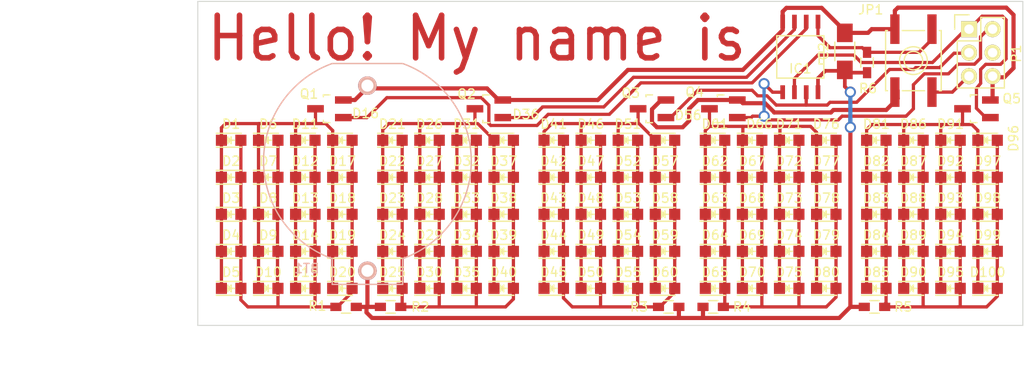
<source format=kicad_pcb>
(kicad_pcb (version 4) (host pcbnew 4.0.2+dfsg1-stable)
  (title_block (title "LED Name Tag SMD") (date 2016-06-04) (rev 1) (company Ruum42) (comment 1 "KiCad Workhop CoSin 2016"))
  (layers (0 F.Cu signal) (31 B.Cu signal) (34 B.Paste user) (35 F.Paste user) (36 B.SilkS user) (37 F.SilkS user) (38 B.Mask user) (39 F.Mask user) (44 Edge.Cuts user))
  (net 0 "")
  (net 1 VCC)
  (net 2 GND)
  (net 3 "Net-(D1-Pad1)")
  (net 4 "Net-(D1-Pad2)")
  (net 5 "Net-(D21-Pad1)")
  (net 6 "Net-(D21-Pad2)")
  (net 7 "Net-(D41-Pad1)")
  (net 8 "Net-(D41-Pad2)")
  (net 9 "Net-(D61-Pad1)")
  (net 10 "Net-(D61-Pad2)")
  (net 11 "Net-(D100-Pad1)")
  (net 12 "Net-(D100-Pad2)")
  (net 13 /~RESET)
  (net 14 /DIGIT4)
  (net 15 /DIGIT3)
  (net 16 /DIGIT2)
  (net 17 "Net-(P1-Pad4)")
  (net 18 /DIGIT0)
  (net 19 /DIGIT1)
  (module TO_SOT_Packages_SMD:SOT-23_Handsoldering (layer F.Cu) (at 168.7 70.6 90)
    (fp_text reference Q4 (at 1.8 -3.1 180) (layer F.SilkS))
    (fp_text value 2N7002)
    (pad 1 smd rect (at -0.95 1.50114 90) (size 0.8001 1.80086) (layers F.Cu F.Paste F.Mask) (net 15 /DIGIT3))
    (pad 2 smd rect (at 0.95 1.50114 90) (size 0.8001 1.80086) (layers F.Cu F.Paste F.Mask) (net 2 GND))
    (pad 3 smd rect (at 0 -1.50114 90) (size 0.8001 1.80086) (layers F.Cu F.Paste F.Mask) (net 9 "Net-(D61-Pad1)"))
  )
  (module Pin_Headers:Pin_Header_Straight_2x03 (layer F.Cu) (at 195.2 62)
    (fp_text reference P1 (at 5.1 2.64 90) (layer F.SilkS))
    (fp_text value ISP)
    (pad 1 thru_hole rect (at 0 0) (size 1.7272 1.7272) (drill 1.016) (layers *.Cu *.Mask F.SilkS) (net 14 /DIGIT4))
    (pad 2 thru_hole oval (at 2.54 0) (size 1.7272 1.7272) (drill 1.016) (layers *.Cu *.Mask F.SilkS) (net 15 /DIGIT3))
    (pad 3 thru_hole oval (at 0 2.54) (size 1.7272 1.7272) (drill 1.016) (layers *.Cu *.Mask F.SilkS) (net 16 /DIGIT2))
    (pad 4 thru_hole oval (at 2.54 2.54) (size 1.7272 1.7272) (drill 1.016) (layers *.Cu *.Mask F.SilkS) (net 17 "Net-(P1-Pad4)"))
    (pad 5 thru_hole oval (at 0 5.08) (size 1.7272 1.7272) (drill 1.016) (layers *.Cu *.Mask F.SilkS) (net 13 /~RESET))
    (pad 6 thru_hole oval (at 2.54 5.08) (size 1.7272 1.7272) (drill 1.016) (layers *.Cu *.Mask F.SilkS) (net 2 GND))
  )
  (module Buttons_Switches_SMD:SW_SPST_EVQP0 (layer F.Cu) (at 189.2 65.4 90)
    (fp_text reference JP1 (at 5.5 -4.6 180) (layer F.SilkS))
    (fp_text value RESET)
    (pad 1 smd rect (at 3.4 -2 90) (size 3.2 1) (layers F.Cu F.Paste F.Mask) (net 2 GND))
    (pad 1 smd rect (at -3.4 -2 90) (size 3.2 1) (layers F.Cu F.Paste F.Mask) (net 2 GND))
    (pad 2 smd rect (at -3.4 2 90) (size 3.2 1) (layers F.Cu F.Paste F.Mask) (net 13 /~RESET))
    (pad 2 smd rect (at 3.4 2 90) (size 3.2 1) (layers F.Cu F.Paste F.Mask) (net 13 /~RESET))
  )
  (module nametag:SOIC-8-N_HandSoldering (layer F.Cu) (at 177 65 180)
    (fp_text reference IC1 (at 0 -1.27 180) (layer F.SilkS))
    (fp_text value ATTINY13-S)
    (pad 8 smd rect (at -1.905 -3.81 180) (size 0.508 1.5) (layers F.Cu F.Paste F.Mask) (net 1 VCC))
    (pad 7 smd rect (at -0.635 -3.81 180) (size 0.508 1.5) (layers F.Cu F.Paste F.Mask) (net 16 /DIGIT2))
    (pad 6 smd rect (at 0.635 -3.81 180) (size 0.508 1.5) (layers F.Cu F.Paste F.Mask) (net 14 /DIGIT4))
    (pad 5 smd rect (at 1.905 -3.81 180) (size 0.508 1.5) (layers F.Cu F.Paste F.Mask) (net 15 /DIGIT3))
    (pad 4 smd rect (at 1.905 3.81 180) (size 0.508 1.5) (layers F.Cu F.Paste F.Mask) (net 2 GND))
    (pad 3 smd rect (at 0.635 3.81 180) (size 0.508 1.5) (layers F.Cu F.Paste F.Mask) (net 19 /DIGIT1))
    (pad 2 smd rect (at -0.635 3.81 180) (size 0.508 1.5) (layers F.Cu F.Paste F.Mask) (net 18 /DIGIT0))
    (pad 1 smd rect (at -1.905 3.81 180) (size 0.508 1.5) (layers F.Cu F.Paste F.Mask) (net 13 /~RESET))
  )
  (module TO_SOT_Packages_SMD:SOT-23_Handsoldering (layer F.Cu) (at 196 70.6 90)
    (fp_text reference Q5 (at 1.1 3.8 180) (layer F.SilkS))
    (fp_text value 2N7002)
    (pad 1 smd rect (at -0.95 1.50114 90) (size 0.8001 1.80086) (layers F.Cu F.Paste F.Mask) (net 14 /DIGIT4))
    (pad 2 smd rect (at 0.95 1.50114 90) (size 0.8001 1.80086) (layers F.Cu F.Paste F.Mask) (net 2 GND))
    (pad 3 smd rect (at 0 -1.50114 90) (size 0.8001 1.80086) (layers F.Cu F.Paste F.Mask) (net 11 "Net-(D100-Pad1)"))
  )
  (module TO_SOT_Packages_SMD:SOT-23_Handsoldering (layer F.Cu) (at 143.4 70.6 90)
    (fp_text reference Q2 (at 1.6 -2.4 180) (layer F.SilkS))
    (fp_text value 2N7002)
    (pad 1 smd rect (at -0.95 1.50114 90) (size 0.8001 1.80086) (layers F.Cu F.Paste F.Mask) (net 19 /DIGIT1))
    (pad 2 smd rect (at 0.95 1.50114 90) (size 0.8001 1.80086) (layers F.Cu F.Paste F.Mask) (net 2 GND))
    (pad 3 smd rect (at 0 -1.50114 90) (size 0.8001 1.80086) (layers F.Cu F.Paste F.Mask) (net 5 "Net-(D21-Pad1)"))
  )
  (module TO_SOT_Packages_SMD:SOT-23_Handsoldering (layer F.Cu) (at 161 70.6 90)
    (fp_text reference Q3 (at 1.7 -2.3 180) (layer F.SilkS))
    (fp_text value 2N7002)
    (pad 1 smd rect (at -0.95 1.50114 90) (size 0.8001 1.80086) (layers F.Cu F.Paste F.Mask) (net 16 /DIGIT2))
    (pad 2 smd rect (at 0.95 1.50114 90) (size 0.8001 1.80086) (layers F.Cu F.Paste F.Mask) (net 2 GND))
    (pad 3 smd rect (at 0 -1.50114 90) (size 0.8001 1.80086) (layers F.Cu F.Paste F.Mask) (net 7 "Net-(D41-Pad1)"))
  )
  (module Resistors_SMD:R_0603_HandSoldering (layer F.Cu) (at 132.8 92)
    (fp_text reference R2 (at 3.2 0) (layer F.SilkS))
    (fp_text value 0)
    (pad 1 smd rect (at -1.1 0) (size 1.2 0.9) (layers F.Cu F.Paste F.Mask) (net 1 VCC))
    (pad 2 smd rect (at 1.1 0) (size 1.2 0.9) (layers F.Cu F.Paste F.Mask) (net 6 "Net-(D21-Pad2)"))
  )
  (module LEDs:LED_0805 (layer F.Cu) (at 197.2 90)
    (fp_text reference D100 (at 0 -1.75) (layer F.SilkS))
    (fp_text value LED)
    (pad 2 smd rect (at 1.04902 0 180) (size 1.19888 1.19888) (layers F.Cu F.Paste F.Mask) (net 12 "Net-(D100-Pad2)"))
    (pad 1 smd rect (at -1.04902 0 180) (size 1.19888 1.19888) (layers F.Cu F.Paste F.Mask) (net 11 "Net-(D100-Pad1)"))
  )
  (module LEDs:LED_0805 (layer F.Cu) (at 197.2 86)
    (fp_text reference D99 (at 0 -1.75) (layer F.SilkS))
    (fp_text value LED)
    (pad 2 smd rect (at 1.04902 0 180) (size 1.19888 1.19888) (layers F.Cu F.Paste F.Mask) (net 12 "Net-(D100-Pad2)"))
    (pad 1 smd rect (at -1.04902 0 180) (size 1.19888 1.19888) (layers F.Cu F.Paste F.Mask) (net 11 "Net-(D100-Pad1)"))
  )
  (module LEDs:LED_0805 (layer F.Cu) (at 197.2 82)
    (fp_text reference D98 (at 0 -1.75) (layer F.SilkS))
    (fp_text value LED)
    (pad 2 smd rect (at 1.04902 0 180) (size 1.19888 1.19888) (layers F.Cu F.Paste F.Mask) (net 12 "Net-(D100-Pad2)"))
    (pad 1 smd rect (at -1.04902 0 180) (size 1.19888 1.19888) (layers F.Cu F.Paste F.Mask) (net 11 "Net-(D100-Pad1)"))
  )
  (module LEDs:LED_0805 (layer F.Cu) (at 197.2 78)
    (fp_text reference D97 (at 0 -1.75) (layer F.SilkS))
    (fp_text value LED)
    (pad 2 smd rect (at 1.04902 0 180) (size 1.19888 1.19888) (layers F.Cu F.Paste F.Mask) (net 12 "Net-(D100-Pad2)"))
    (pad 1 smd rect (at -1.04902 0 180) (size 1.19888 1.19888) (layers F.Cu F.Paste F.Mask) (net 11 "Net-(D100-Pad1)"))
  )
  (module LEDs:LED_0805 (layer F.Cu) (at 197.2 74)
    (fp_text reference D96 (at 2.8 -0.2 90) (layer F.SilkS))
    (fp_text value LED)
    (pad 2 smd rect (at 1.04902 0 180) (size 1.19888 1.19888) (layers F.Cu F.Paste F.Mask) (net 12 "Net-(D100-Pad2)"))
    (pad 1 smd rect (at -1.04902 0 180) (size 1.19888 1.19888) (layers F.Cu F.Paste F.Mask) (net 11 "Net-(D100-Pad1)"))
  )
  (module LEDs:LED_0805 (layer F.Cu) (at 193.2 90)
    (fp_text reference D95 (at 0 -1.75) (layer F.SilkS))
    (fp_text value LED)
    (pad 2 smd rect (at 1.04902 0 180) (size 1.19888 1.19888) (layers F.Cu F.Paste F.Mask) (net 12 "Net-(D100-Pad2)"))
    (pad 1 smd rect (at -1.04902 0 180) (size 1.19888 1.19888) (layers F.Cu F.Paste F.Mask) (net 11 "Net-(D100-Pad1)"))
  )
  (module LEDs:LED_0805 (layer F.Cu) (at 193.2 86)
    (fp_text reference D94 (at 0 -1.75) (layer F.SilkS))
    (fp_text value LED)
    (pad 2 smd rect (at 1.04902 0 180) (size 1.19888 1.19888) (layers F.Cu F.Paste F.Mask) (net 12 "Net-(D100-Pad2)"))
    (pad 1 smd rect (at -1.04902 0 180) (size 1.19888 1.19888) (layers F.Cu F.Paste F.Mask) (net 11 "Net-(D100-Pad1)"))
  )
  (module LEDs:LED_0805 (layer F.Cu) (at 193.2 82)
    (fp_text reference D93 (at 0 -1.75) (layer F.SilkS))
    (fp_text value LED)
    (pad 2 smd rect (at 1.04902 0 180) (size 1.19888 1.19888) (layers F.Cu F.Paste F.Mask) (net 12 "Net-(D100-Pad2)"))
    (pad 1 smd rect (at -1.04902 0 180) (size 1.19888 1.19888) (layers F.Cu F.Paste F.Mask) (net 11 "Net-(D100-Pad1)"))
  )
  (module LEDs:LED_0805 (layer F.Cu) (at 193.2 78)
    (fp_text reference D92 (at 0 -1.75) (layer F.SilkS))
    (fp_text value LED)
    (pad 2 smd rect (at 1.04902 0 180) (size 1.19888 1.19888) (layers F.Cu F.Paste F.Mask) (net 12 "Net-(D100-Pad2)"))
    (pad 1 smd rect (at -1.04902 0 180) (size 1.19888 1.19888) (layers F.Cu F.Paste F.Mask) (net 11 "Net-(D100-Pad1)"))
  )
  (module LEDs:LED_0805 (layer F.Cu) (at 193.2 74)
    (fp_text reference D91 (at 0 -1.75) (layer F.SilkS))
    (fp_text value LED)
    (pad 2 smd rect (at 1.04902 0 180) (size 1.19888 1.19888) (layers F.Cu F.Paste F.Mask) (net 12 "Net-(D100-Pad2)"))
    (pad 1 smd rect (at -1.04902 0 180) (size 1.19888 1.19888) (layers F.Cu F.Paste F.Mask) (net 11 "Net-(D100-Pad1)"))
  )
  (module LEDs:LED_0805 (layer F.Cu) (at 189.2 90)
    (fp_text reference D90 (at 0 -1.75) (layer F.SilkS))
    (fp_text value LED)
    (pad 2 smd rect (at 1.04902 0 180) (size 1.19888 1.19888) (layers F.Cu F.Paste F.Mask) (net 12 "Net-(D100-Pad2)"))
    (pad 1 smd rect (at -1.04902 0 180) (size 1.19888 1.19888) (layers F.Cu F.Paste F.Mask) (net 11 "Net-(D100-Pad1)"))
  )
  (module LEDs:LED_0805 (layer F.Cu) (at 189.2 86)
    (fp_text reference D89 (at 0 -1.75) (layer F.SilkS))
    (fp_text value LED)
    (pad 2 smd rect (at 1.04902 0 180) (size 1.19888 1.19888) (layers F.Cu F.Paste F.Mask) (net 12 "Net-(D100-Pad2)"))
    (pad 1 smd rect (at -1.04902 0 180) (size 1.19888 1.19888) (layers F.Cu F.Paste F.Mask) (net 11 "Net-(D100-Pad1)"))
  )
  (module LEDs:LED_0805 (layer F.Cu) (at 189.2 82)
    (fp_text reference D88 (at 0 -1.75) (layer F.SilkS))
    (fp_text value LED)
    (pad 2 smd rect (at 1.04902 0 180) (size 1.19888 1.19888) (layers F.Cu F.Paste F.Mask) (net 12 "Net-(D100-Pad2)"))
    (pad 1 smd rect (at -1.04902 0 180) (size 1.19888 1.19888) (layers F.Cu F.Paste F.Mask) (net 11 "Net-(D100-Pad1)"))
  )
  (module LEDs:LED_0805 (layer F.Cu) (at 189.2 78)
    (fp_text reference D87 (at 0 -1.75) (layer F.SilkS))
    (fp_text value LED)
    (pad 2 smd rect (at 1.04902 0 180) (size 1.19888 1.19888) (layers F.Cu F.Paste F.Mask) (net 12 "Net-(D100-Pad2)"))
    (pad 1 smd rect (at -1.04902 0 180) (size 1.19888 1.19888) (layers F.Cu F.Paste F.Mask) (net 11 "Net-(D100-Pad1)"))
  )
  (module LEDs:LED_0805 (layer F.Cu) (at 189.2 74)
    (fp_text reference D86 (at 0 -1.75) (layer F.SilkS))
    (fp_text value LED)
    (pad 2 smd rect (at 1.04902 0 180) (size 1.19888 1.19888) (layers F.Cu F.Paste F.Mask) (net 12 "Net-(D100-Pad2)"))
    (pad 1 smd rect (at -1.04902 0 180) (size 1.19888 1.19888) (layers F.Cu F.Paste F.Mask) (net 11 "Net-(D100-Pad1)"))
  )
  (module LEDs:LED_0805 (layer F.Cu) (at 185.2 90)
    (fp_text reference D85 (at 0 -1.75) (layer F.SilkS))
    (fp_text value LED)
    (pad 2 smd rect (at 1.04902 0 180) (size 1.19888 1.19888) (layers F.Cu F.Paste F.Mask) (net 12 "Net-(D100-Pad2)"))
    (pad 1 smd rect (at -1.04902 0 180) (size 1.19888 1.19888) (layers F.Cu F.Paste F.Mask) (net 11 "Net-(D100-Pad1)"))
  )
  (module LEDs:LED_0805 (layer F.Cu) (at 185.2 86)
    (fp_text reference D84 (at 0 -1.75) (layer F.SilkS))
    (fp_text value LED)
    (pad 2 smd rect (at 1.04902 0 180) (size 1.19888 1.19888) (layers F.Cu F.Paste F.Mask) (net 12 "Net-(D100-Pad2)"))
    (pad 1 smd rect (at -1.04902 0 180) (size 1.19888 1.19888) (layers F.Cu F.Paste F.Mask) (net 11 "Net-(D100-Pad1)"))
  )
  (module LEDs:LED_0805 (layer F.Cu) (at 185.2 82)
    (fp_text reference D83 (at 0 -1.75) (layer F.SilkS))
    (fp_text value LED)
    (pad 2 smd rect (at 1.04902 0 180) (size 1.19888 1.19888) (layers F.Cu F.Paste F.Mask) (net 12 "Net-(D100-Pad2)"))
    (pad 1 smd rect (at -1.04902 0 180) (size 1.19888 1.19888) (layers F.Cu F.Paste F.Mask) (net 11 "Net-(D100-Pad1)"))
  )
  (module LEDs:LED_0805 (layer F.Cu) (at 185.2 78)
    (fp_text reference D82 (at 0 -1.75) (layer F.SilkS))
    (fp_text value LED)
    (pad 2 smd rect (at 1.04902 0 180) (size 1.19888 1.19888) (layers F.Cu F.Paste F.Mask) (net 12 "Net-(D100-Pad2)"))
    (pad 1 smd rect (at -1.04902 0 180) (size 1.19888 1.19888) (layers F.Cu F.Paste F.Mask) (net 11 "Net-(D100-Pad1)"))
  )
  (module LEDs:LED_0805 (layer F.Cu) (at 185.2 74)
    (fp_text reference D81 (at 0 -1.75) (layer F.SilkS))
    (fp_text value LED)
    (pad 2 smd rect (at 1.04902 0 180) (size 1.19888 1.19888) (layers F.Cu F.Paste F.Mask) (net 12 "Net-(D100-Pad2)"))
    (pad 1 smd rect (at -1.04902 0 180) (size 1.19888 1.19888) (layers F.Cu F.Paste F.Mask) (net 11 "Net-(D100-Pad1)"))
  )
  (module LEDs:LED_0805 (layer F.Cu) (at 179.8 90)
    (fp_text reference D80 (at 0 -1.75) (layer F.SilkS))
    (fp_text value LED)
    (pad 2 smd rect (at 1.04902 0 180) (size 1.19888 1.19888) (layers F.Cu F.Paste F.Mask) (net 10 "Net-(D61-Pad2)"))
    (pad 1 smd rect (at -1.04902 0 180) (size 1.19888 1.19888) (layers F.Cu F.Paste F.Mask) (net 9 "Net-(D61-Pad1)"))
  )
  (module LEDs:LED_0805 (layer F.Cu) (at 179.8 86)
    (fp_text reference D79 (at 0 -1.75) (layer F.SilkS))
    (fp_text value LED)
    (pad 2 smd rect (at 1.04902 0 180) (size 1.19888 1.19888) (layers F.Cu F.Paste F.Mask) (net 10 "Net-(D61-Pad2)"))
    (pad 1 smd rect (at -1.04902 0 180) (size 1.19888 1.19888) (layers F.Cu F.Paste F.Mask) (net 9 "Net-(D61-Pad1)"))
  )
  (module LEDs:LED_0805 (layer F.Cu) (at 179.8 82)
    (fp_text reference D78 (at 0 -1.75) (layer F.SilkS))
    (fp_text value LED)
    (pad 2 smd rect (at 1.04902 0 180) (size 1.19888 1.19888) (layers F.Cu F.Paste F.Mask) (net 10 "Net-(D61-Pad2)"))
    (pad 1 smd rect (at -1.04902 0 180) (size 1.19888 1.19888) (layers F.Cu F.Paste F.Mask) (net 9 "Net-(D61-Pad1)"))
  )
  (module LEDs:LED_0805 (layer F.Cu) (at 179.8 78)
    (fp_text reference D77 (at 0 -1.75) (layer F.SilkS))
    (fp_text value LED)
    (pad 2 smd rect (at 1.04902 0 180) (size 1.19888 1.19888) (layers F.Cu F.Paste F.Mask) (net 10 "Net-(D61-Pad2)"))
    (pad 1 smd rect (at -1.04902 0 180) (size 1.19888 1.19888) (layers F.Cu F.Paste F.Mask) (net 9 "Net-(D61-Pad1)"))
  )
  (module LEDs:LED_0805 (layer F.Cu) (at 179.8 74)
    (fp_text reference D76 (at 0 -1.75) (layer F.SilkS))
    (fp_text value LED)
    (pad 2 smd rect (at 1.04902 0 180) (size 1.19888 1.19888) (layers F.Cu F.Paste F.Mask) (net 10 "Net-(D61-Pad2)"))
    (pad 1 smd rect (at -1.04902 0 180) (size 1.19888 1.19888) (layers F.Cu F.Paste F.Mask) (net 9 "Net-(D61-Pad1)"))
  )
  (module LEDs:LED_0805 (layer F.Cu) (at 175.8 90)
    (fp_text reference D75 (at 0 -1.75) (layer F.SilkS))
    (fp_text value LED)
    (pad 2 smd rect (at 1.04902 0 180) (size 1.19888 1.19888) (layers F.Cu F.Paste F.Mask) (net 10 "Net-(D61-Pad2)"))
    (pad 1 smd rect (at -1.04902 0 180) (size 1.19888 1.19888) (layers F.Cu F.Paste F.Mask) (net 9 "Net-(D61-Pad1)"))
  )
  (module LEDs:LED_0805 (layer F.Cu) (at 175.8 86)
    (fp_text reference D74 (at 0 -1.75) (layer F.SilkS))
    (fp_text value LED)
    (pad 2 smd rect (at 1.04902 0 180) (size 1.19888 1.19888) (layers F.Cu F.Paste F.Mask) (net 10 "Net-(D61-Pad2)"))
    (pad 1 smd rect (at -1.04902 0 180) (size 1.19888 1.19888) (layers F.Cu F.Paste F.Mask) (net 9 "Net-(D61-Pad1)"))
  )
  (module LEDs:LED_0805 (layer F.Cu) (at 175.8 82)
    (fp_text reference D73 (at 0 -1.75) (layer F.SilkS))
    (fp_text value LED)
    (pad 2 smd rect (at 1.04902 0 180) (size 1.19888 1.19888) (layers F.Cu F.Paste F.Mask) (net 10 "Net-(D61-Pad2)"))
    (pad 1 smd rect (at -1.04902 0 180) (size 1.19888 1.19888) (layers F.Cu F.Paste F.Mask) (net 9 "Net-(D61-Pad1)"))
  )
  (module LEDs:LED_0805 (layer F.Cu) (at 175.8 78)
    (fp_text reference D72 (at 0 -1.75) (layer F.SilkS))
    (fp_text value LED)
    (pad 2 smd rect (at 1.04902 0 180) (size 1.19888 1.19888) (layers F.Cu F.Paste F.Mask) (net 10 "Net-(D61-Pad2)"))
    (pad 1 smd rect (at -1.04902 0 180) (size 1.19888 1.19888) (layers F.Cu F.Paste F.Mask) (net 9 "Net-(D61-Pad1)"))
  )
  (module LEDs:LED_0805 (layer F.Cu) (at 175.8 74)
    (fp_text reference D71 (at 0 -1.75) (layer F.SilkS))
    (fp_text value LED)
    (pad 2 smd rect (at 1.04902 0 180) (size 1.19888 1.19888) (layers F.Cu F.Paste F.Mask) (net 10 "Net-(D61-Pad2)"))
    (pad 1 smd rect (at -1.04902 0 180) (size 1.19888 1.19888) (layers F.Cu F.Paste F.Mask) (net 9 "Net-(D61-Pad1)"))
  )
  (module LEDs:LED_0805 (layer F.Cu) (at 171.8 90)
    (fp_text reference D70 (at 0 -1.75) (layer F.SilkS))
    (fp_text value LED)
    (pad 2 smd rect (at 1.04902 0 180) (size 1.19888 1.19888) (layers F.Cu F.Paste F.Mask) (net 10 "Net-(D61-Pad2)"))
    (pad 1 smd rect (at -1.04902 0 180) (size 1.19888 1.19888) (layers F.Cu F.Paste F.Mask) (net 9 "Net-(D61-Pad1)"))
  )
  (module LEDs:LED_0805 (layer F.Cu) (at 171.8 86)
    (fp_text reference D69 (at 0 -1.75) (layer F.SilkS))
    (fp_text value LED)
    (pad 2 smd rect (at 1.04902 0 180) (size 1.19888 1.19888) (layers F.Cu F.Paste F.Mask) (net 10 "Net-(D61-Pad2)"))
    (pad 1 smd rect (at -1.04902 0 180) (size 1.19888 1.19888) (layers F.Cu F.Paste F.Mask) (net 9 "Net-(D61-Pad1)"))
  )
  (module LEDs:LED_0805 (layer F.Cu) (at 171.8 82)
    (fp_text reference D68 (at 0 -1.75) (layer F.SilkS))
    (fp_text value LED)
    (pad 2 smd rect (at 1.04902 0 180) (size 1.19888 1.19888) (layers F.Cu F.Paste F.Mask) (net 10 "Net-(D61-Pad2)"))
    (pad 1 smd rect (at -1.04902 0 180) (size 1.19888 1.19888) (layers F.Cu F.Paste F.Mask) (net 9 "Net-(D61-Pad1)"))
  )
  (module LEDs:LED_0805 (layer F.Cu) (at 171.8 78)
    (fp_text reference D67 (at 0 -1.75) (layer F.SilkS))
    (fp_text value LED)
    (pad 2 smd rect (at 1.04902 0 180) (size 1.19888 1.19888) (layers F.Cu F.Paste F.Mask) (net 10 "Net-(D61-Pad2)"))
    (pad 1 smd rect (at -1.04902 0 180) (size 1.19888 1.19888) (layers F.Cu F.Paste F.Mask) (net 9 "Net-(D61-Pad1)"))
  )
  (module LEDs:LED_0805 (layer F.Cu) (at 171.8 74)
    (fp_text reference D66 (at 0.8 -1.75) (layer F.SilkS))
    (fp_text value LED)
    (pad 2 smd rect (at 1.04902 0 180) (size 1.19888 1.19888) (layers F.Cu F.Paste F.Mask) (net 10 "Net-(D61-Pad2)"))
    (pad 1 smd rect (at -1.04902 0 180) (size 1.19888 1.19888) (layers F.Cu F.Paste F.Mask) (net 9 "Net-(D61-Pad1)"))
  )
  (module LEDs:LED_0805 (layer F.Cu) (at 167.8 90)
    (fp_text reference D65 (at 0 -1.75) (layer F.SilkS))
    (fp_text value LED)
    (pad 2 smd rect (at 1.04902 0 180) (size 1.19888 1.19888) (layers F.Cu F.Paste F.Mask) (net 10 "Net-(D61-Pad2)"))
    (pad 1 smd rect (at -1.04902 0 180) (size 1.19888 1.19888) (layers F.Cu F.Paste F.Mask) (net 9 "Net-(D61-Pad1)"))
  )
  (module LEDs:LED_0805 (layer F.Cu) (at 167.8 86)
    (fp_text reference D64 (at 0 -1.75) (layer F.SilkS))
    (fp_text value LED)
    (pad 2 smd rect (at 1.04902 0 180) (size 1.19888 1.19888) (layers F.Cu F.Paste F.Mask) (net 10 "Net-(D61-Pad2)"))
    (pad 1 smd rect (at -1.04902 0 180) (size 1.19888 1.19888) (layers F.Cu F.Paste F.Mask) (net 9 "Net-(D61-Pad1)"))
  )
  (module LEDs:LED_0805 (layer F.Cu) (at 167.8 82)
    (fp_text reference D63 (at 0 -1.75) (layer F.SilkS))
    (fp_text value LED)
    (pad 2 smd rect (at 1.04902 0 180) (size 1.19888 1.19888) (layers F.Cu F.Paste F.Mask) (net 10 "Net-(D61-Pad2)"))
    (pad 1 smd rect (at -1.04902 0 180) (size 1.19888 1.19888) (layers F.Cu F.Paste F.Mask) (net 9 "Net-(D61-Pad1)"))
  )
  (module LEDs:LED_0805 (layer F.Cu) (at 167.8 78)
    (fp_text reference D62 (at 0 -1.75) (layer F.SilkS))
    (fp_text value LED)
    (pad 2 smd rect (at 1.04902 0 180) (size 1.19888 1.19888) (layers F.Cu F.Paste F.Mask) (net 10 "Net-(D61-Pad2)"))
    (pad 1 smd rect (at -1.04902 0 180) (size 1.19888 1.19888) (layers F.Cu F.Paste F.Mask) (net 9 "Net-(D61-Pad1)"))
  )
  (module LEDs:LED_0805 (layer F.Cu) (at 167.8 74)
    (fp_text reference D61 (at 0 -1.75) (layer F.SilkS))
    (fp_text value LED)
    (pad 2 smd rect (at 1.04902 0 180) (size 1.19888 1.19888) (layers F.Cu F.Paste F.Mask) (net 10 "Net-(D61-Pad2)"))
    (pad 1 smd rect (at -1.04902 0 180) (size 1.19888 1.19888) (layers F.Cu F.Paste F.Mask) (net 9 "Net-(D61-Pad1)"))
  )
  (module LEDs:LED_0805 (layer F.Cu) (at 162.4 90)
    (fp_text reference D60 (at 0 -1.75) (layer F.SilkS))
    (fp_text value LED)
    (pad 2 smd rect (at 1.04902 0 180) (size 1.19888 1.19888) (layers F.Cu F.Paste F.Mask) (net 8 "Net-(D41-Pad2)"))
    (pad 1 smd rect (at -1.04902 0 180) (size 1.19888 1.19888) (layers F.Cu F.Paste F.Mask) (net 7 "Net-(D41-Pad1)"))
  )
  (module LEDs:LED_0805 (layer F.Cu) (at 162.4 86)
    (fp_text reference D59 (at 0 -1.75) (layer F.SilkS))
    (fp_text value LED)
    (pad 2 smd rect (at 1.04902 0 180) (size 1.19888 1.19888) (layers F.Cu F.Paste F.Mask) (net 8 "Net-(D41-Pad2)"))
    (pad 1 smd rect (at -1.04902 0 180) (size 1.19888 1.19888) (layers F.Cu F.Paste F.Mask) (net 7 "Net-(D41-Pad1)"))
  )
  (module LEDs:LED_0805 (layer F.Cu) (at 162.4 82)
    (fp_text reference D58 (at 0 -1.75) (layer F.SilkS))
    (fp_text value LED)
    (pad 2 smd rect (at 1.04902 0 180) (size 1.19888 1.19888) (layers F.Cu F.Paste F.Mask) (net 8 "Net-(D41-Pad2)"))
    (pad 1 smd rect (at -1.04902 0 180) (size 1.19888 1.19888) (layers F.Cu F.Paste F.Mask) (net 7 "Net-(D41-Pad1)"))
  )
  (module LEDs:LED_0805 (layer F.Cu) (at 162.4 78)
    (fp_text reference D57 (at 0 -1.75) (layer F.SilkS))
    (fp_text value LED)
    (pad 2 smd rect (at 1.04902 0 180) (size 1.19888 1.19888) (layers F.Cu F.Paste F.Mask) (net 8 "Net-(D41-Pad2)"))
    (pad 1 smd rect (at -1.04902 0 180) (size 1.19888 1.19888) (layers F.Cu F.Paste F.Mask) (net 7 "Net-(D41-Pad1)"))
  )
  (module LEDs:LED_0805 (layer F.Cu) (at 162.4 74)
    (fp_text reference D56 (at 2.5 -2.7) (layer F.SilkS))
    (fp_text value LED)
    (pad 2 smd rect (at 1.04902 0 180) (size 1.19888 1.19888) (layers F.Cu F.Paste F.Mask) (net 8 "Net-(D41-Pad2)"))
    (pad 1 smd rect (at -1.04902 0 180) (size 1.19888 1.19888) (layers F.Cu F.Paste F.Mask) (net 7 "Net-(D41-Pad1)"))
  )
  (module LEDs:LED_0805 (layer F.Cu) (at 158.4 90)
    (fp_text reference D55 (at 0 -1.75) (layer F.SilkS))
    (fp_text value LED)
    (pad 2 smd rect (at 1.04902 0 180) (size 1.19888 1.19888) (layers F.Cu F.Paste F.Mask) (net 8 "Net-(D41-Pad2)"))
    (pad 1 smd rect (at -1.04902 0 180) (size 1.19888 1.19888) (layers F.Cu F.Paste F.Mask) (net 7 "Net-(D41-Pad1)"))
  )
  (module LEDs:LED_0805 (layer F.Cu) (at 158.4 86)
    (fp_text reference D54 (at 0 -1.75) (layer F.SilkS))
    (fp_text value LED)
    (pad 2 smd rect (at 1.04902 0 180) (size 1.19888 1.19888) (layers F.Cu F.Paste F.Mask) (net 8 "Net-(D41-Pad2)"))
    (pad 1 smd rect (at -1.04902 0 180) (size 1.19888 1.19888) (layers F.Cu F.Paste F.Mask) (net 7 "Net-(D41-Pad1)"))
  )
  (module LEDs:LED_0805 (layer F.Cu) (at 158.4 82)
    (fp_text reference D53 (at 0 -1.75) (layer F.SilkS))
    (fp_text value LED)
    (pad 2 smd rect (at 1.04902 0 180) (size 1.19888 1.19888) (layers F.Cu F.Paste F.Mask) (net 8 "Net-(D41-Pad2)"))
    (pad 1 smd rect (at -1.04902 0 180) (size 1.19888 1.19888) (layers F.Cu F.Paste F.Mask) (net 7 "Net-(D41-Pad1)"))
  )
  (module LEDs:LED_0805 (layer F.Cu) (at 158.4 78)
    (fp_text reference D52 (at 0 -1.75) (layer F.SilkS))
    (fp_text value LED)
    (pad 2 smd rect (at 1.04902 0 180) (size 1.19888 1.19888) (layers F.Cu F.Paste F.Mask) (net 8 "Net-(D41-Pad2)"))
    (pad 1 smd rect (at -1.04902 0 180) (size 1.19888 1.19888) (layers F.Cu F.Paste F.Mask) (net 7 "Net-(D41-Pad1)"))
  )
  (module LEDs:LED_0805 (layer F.Cu) (at 158.4 74)
    (fp_text reference D51 (at 0 -1.75) (layer F.SilkS))
    (fp_text value LED)
    (pad 2 smd rect (at 1.04902 0 180) (size 1.19888 1.19888) (layers F.Cu F.Paste F.Mask) (net 8 "Net-(D41-Pad2)"))
    (pad 1 smd rect (at -1.04902 0 180) (size 1.19888 1.19888) (layers F.Cu F.Paste F.Mask) (net 7 "Net-(D41-Pad1)"))
  )
  (module LEDs:LED_0805 (layer F.Cu) (at 154.4 90)
    (fp_text reference D50 (at 0 -1.75) (layer F.SilkS))
    (fp_text value LED)
    (pad 2 smd rect (at 1.04902 0 180) (size 1.19888 1.19888) (layers F.Cu F.Paste F.Mask) (net 8 "Net-(D41-Pad2)"))
    (pad 1 smd rect (at -1.04902 0 180) (size 1.19888 1.19888) (layers F.Cu F.Paste F.Mask) (net 7 "Net-(D41-Pad1)"))
  )
  (module LEDs:LED_0805 (layer F.Cu) (at 154.4 86)
    (fp_text reference D49 (at 0 -1.75) (layer F.SilkS))
    (fp_text value LED)
    (pad 2 smd rect (at 1.04902 0 180) (size 1.19888 1.19888) (layers F.Cu F.Paste F.Mask) (net 8 "Net-(D41-Pad2)"))
    (pad 1 smd rect (at -1.04902 0 180) (size 1.19888 1.19888) (layers F.Cu F.Paste F.Mask) (net 7 "Net-(D41-Pad1)"))
  )
  (module LEDs:LED_0805 (layer F.Cu) (at 154.4 82)
    (fp_text reference D48 (at 0 -1.75) (layer F.SilkS))
    (fp_text value LED)
    (pad 2 smd rect (at 1.04902 0 180) (size 1.19888 1.19888) (layers F.Cu F.Paste F.Mask) (net 8 "Net-(D41-Pad2)"))
    (pad 1 smd rect (at -1.04902 0 180) (size 1.19888 1.19888) (layers F.Cu F.Paste F.Mask) (net 7 "Net-(D41-Pad1)"))
  )
  (module LEDs:LED_0805 (layer F.Cu) (at 154.4 78)
    (fp_text reference D47 (at 0 -1.75) (layer F.SilkS))
    (fp_text value LED)
    (pad 2 smd rect (at 1.04902 0 180) (size 1.19888 1.19888) (layers F.Cu F.Paste F.Mask) (net 8 "Net-(D41-Pad2)"))
    (pad 1 smd rect (at -1.04902 0 180) (size 1.19888 1.19888) (layers F.Cu F.Paste F.Mask) (net 7 "Net-(D41-Pad1)"))
  )
  (module LEDs:LED_0805 (layer F.Cu) (at 154.4 74)
    (fp_text reference D46 (at 0 -1.75) (layer F.SilkS))
    (fp_text value LED)
    (pad 2 smd rect (at 1.04902 0 180) (size 1.19888 1.19888) (layers F.Cu F.Paste F.Mask) (net 8 "Net-(D41-Pad2)"))
    (pad 1 smd rect (at -1.04902 0 180) (size 1.19888 1.19888) (layers F.Cu F.Paste F.Mask) (net 7 "Net-(D41-Pad1)"))
  )
  (module LEDs:LED_0805 (layer F.Cu) (at 150.4 90)
    (fp_text reference D45 (at 0 -1.75) (layer F.SilkS))
    (fp_text value LED)
    (pad 2 smd rect (at 1.04902 0 180) (size 1.19888 1.19888) (layers F.Cu F.Paste F.Mask) (net 8 "Net-(D41-Pad2)"))
    (pad 1 smd rect (at -1.04902 0 180) (size 1.19888 1.19888) (layers F.Cu F.Paste F.Mask) (net 7 "Net-(D41-Pad1)"))
  )
  (module LEDs:LED_0805 (layer F.Cu) (at 150.4 86)
    (fp_text reference D44 (at 0 -1.75) (layer F.SilkS))
    (fp_text value LED)
    (pad 2 smd rect (at 1.04902 0 180) (size 1.19888 1.19888) (layers F.Cu F.Paste F.Mask) (net 8 "Net-(D41-Pad2)"))
    (pad 1 smd rect (at -1.04902 0 180) (size 1.19888 1.19888) (layers F.Cu F.Paste F.Mask) (net 7 "Net-(D41-Pad1)"))
  )
  (module LEDs:LED_0805 (layer F.Cu) (at 150.4 82)
    (fp_text reference D43 (at 0 -1.75) (layer F.SilkS))
    (fp_text value LED)
    (pad 2 smd rect (at 1.04902 0 180) (size 1.19888 1.19888) (layers F.Cu F.Paste F.Mask) (net 8 "Net-(D41-Pad2)"))
    (pad 1 smd rect (at -1.04902 0 180) (size 1.19888 1.19888) (layers F.Cu F.Paste F.Mask) (net 7 "Net-(D41-Pad1)"))
  )
  (module LEDs:LED_0805 (layer F.Cu) (at 150.4 78)
    (fp_text reference D42 (at 0 -1.75) (layer F.SilkS))
    (fp_text value LED)
    (pad 2 smd rect (at 1.04902 0 180) (size 1.19888 1.19888) (layers F.Cu F.Paste F.Mask) (net 8 "Net-(D41-Pad2)"))
    (pad 1 smd rect (at -1.04902 0 180) (size 1.19888 1.19888) (layers F.Cu F.Paste F.Mask) (net 7 "Net-(D41-Pad1)"))
  )
  (module LEDs:LED_0805 (layer F.Cu) (at 150.4 74)
    (fp_text reference D41 (at 0 -1.75) (layer F.SilkS))
    (fp_text value LED)
    (pad 2 smd rect (at 1.04902 0 180) (size 1.19888 1.19888) (layers F.Cu F.Paste F.Mask) (net 8 "Net-(D41-Pad2)"))
    (pad 1 smd rect (at -1.04902 0 180) (size 1.19888 1.19888) (layers F.Cu F.Paste F.Mask) (net 7 "Net-(D41-Pad1)"))
  )
  (module LEDs:LED_0805 (layer F.Cu) (at 145 90)
    (fp_text reference D40 (at 0 -1.75) (layer F.SilkS))
    (fp_text value LED)
    (pad 2 smd rect (at 1.04902 0 180) (size 1.19888 1.19888) (layers F.Cu F.Paste F.Mask) (net 6 "Net-(D21-Pad2)"))
    (pad 1 smd rect (at -1.04902 0 180) (size 1.19888 1.19888) (layers F.Cu F.Paste F.Mask) (net 5 "Net-(D21-Pad1)"))
  )
  (module LEDs:LED_0805 (layer F.Cu) (at 145 86)
    (fp_text reference D39 (at 0 -1.75) (layer F.SilkS))
    (fp_text value LED)
    (pad 2 smd rect (at 1.04902 0 180) (size 1.19888 1.19888) (layers F.Cu F.Paste F.Mask) (net 6 "Net-(D21-Pad2)"))
    (pad 1 smd rect (at -1.04902 0 180) (size 1.19888 1.19888) (layers F.Cu F.Paste F.Mask) (net 5 "Net-(D21-Pad1)"))
  )
  (module LEDs:LED_0805 (layer F.Cu) (at 145 82)
    (fp_text reference D38 (at 0 -1.75) (layer F.SilkS))
    (fp_text value LED)
    (pad 2 smd rect (at 1.04902 0 180) (size 1.19888 1.19888) (layers F.Cu F.Paste F.Mask) (net 6 "Net-(D21-Pad2)"))
    (pad 1 smd rect (at -1.04902 0 180) (size 1.19888 1.19888) (layers F.Cu F.Paste F.Mask) (net 5 "Net-(D21-Pad1)"))
  )
  (module LEDs:LED_0805 (layer F.Cu) (at 145 78)
    (fp_text reference D37 (at 0 -1.75) (layer F.SilkS))
    (fp_text value LED)
    (pad 2 smd rect (at 1.04902 0 180) (size 1.19888 1.19888) (layers F.Cu F.Paste F.Mask) (net 6 "Net-(D21-Pad2)"))
    (pad 1 smd rect (at -1.04902 0 180) (size 1.19888 1.19888) (layers F.Cu F.Paste F.Mask) (net 5 "Net-(D21-Pad1)"))
  )
  (module LEDs:LED_0805 (layer F.Cu) (at 145 74)
    (fp_text reference D36 (at 2.4 -2.8) (layer F.SilkS))
    (fp_text value LED)
    (pad 2 smd rect (at 1.04902 0 180) (size 1.19888 1.19888) (layers F.Cu F.Paste F.Mask) (net 6 "Net-(D21-Pad2)"))
    (pad 1 smd rect (at -1.04902 0 180) (size 1.19888 1.19888) (layers F.Cu F.Paste F.Mask) (net 5 "Net-(D21-Pad1)"))
  )
  (module LEDs:LED_0805 (layer F.Cu) (at 141 90)
    (fp_text reference D35 (at 0 -1.75) (layer F.SilkS))
    (fp_text value LED)
    (pad 2 smd rect (at 1.04902 0 180) (size 1.19888 1.19888) (layers F.Cu F.Paste F.Mask) (net 6 "Net-(D21-Pad2)"))
    (pad 1 smd rect (at -1.04902 0 180) (size 1.19888 1.19888) (layers F.Cu F.Paste F.Mask) (net 5 "Net-(D21-Pad1)"))
  )
  (module LEDs:LED_0805 (layer F.Cu) (at 141 86)
    (fp_text reference D34 (at 0 -1.75) (layer F.SilkS))
    (fp_text value LED)
    (pad 2 smd rect (at 1.04902 0 180) (size 1.19888 1.19888) (layers F.Cu F.Paste F.Mask) (net 6 "Net-(D21-Pad2)"))
    (pad 1 smd rect (at -1.04902 0 180) (size 1.19888 1.19888) (layers F.Cu F.Paste F.Mask) (net 5 "Net-(D21-Pad1)"))
  )
  (module LEDs:LED_0805 (layer F.Cu) (at 141 82)
    (fp_text reference D33 (at 0 -1.75) (layer F.SilkS))
    (fp_text value LED)
    (pad 2 smd rect (at 1.04902 0 180) (size 1.19888 1.19888) (layers F.Cu F.Paste F.Mask) (net 6 "Net-(D21-Pad2)"))
    (pad 1 smd rect (at -1.04902 0 180) (size 1.19888 1.19888) (layers F.Cu F.Paste F.Mask) (net 5 "Net-(D21-Pad1)"))
  )
  (module LEDs:LED_0805 (layer F.Cu) (at 141 78)
    (fp_text reference D32 (at 0 -1.75) (layer F.SilkS))
    (fp_text value LED)
    (pad 2 smd rect (at 1.04902 0 180) (size 1.19888 1.19888) (layers F.Cu F.Paste F.Mask) (net 6 "Net-(D21-Pad2)"))
    (pad 1 smd rect (at -1.04902 0 180) (size 1.19888 1.19888) (layers F.Cu F.Paste F.Mask) (net 5 "Net-(D21-Pad1)"))
  )
  (module LEDs:LED_0805 (layer F.Cu) (at 141 74)
    (fp_text reference D31 (at 0 -1.75) (layer F.SilkS))
    (fp_text value LED)
    (pad 2 smd rect (at 1.04902 0 180) (size 1.19888 1.19888) (layers F.Cu F.Paste F.Mask) (net 6 "Net-(D21-Pad2)"))
    (pad 1 smd rect (at -1.04902 0 180) (size 1.19888 1.19888) (layers F.Cu F.Paste F.Mask) (net 5 "Net-(D21-Pad1)"))
  )
  (module LEDs:LED_0805 (layer F.Cu) (at 137 90)
    (fp_text reference D30 (at 0 -1.75) (layer F.SilkS))
    (fp_text value LED)
    (pad 2 smd rect (at 1.04902 0 180) (size 1.19888 1.19888) (layers F.Cu F.Paste F.Mask) (net 6 "Net-(D21-Pad2)"))
    (pad 1 smd rect (at -1.04902 0 180) (size 1.19888 1.19888) (layers F.Cu F.Paste F.Mask) (net 5 "Net-(D21-Pad1)"))
  )
  (module LEDs:LED_0805 (layer F.Cu) (at 137 86)
    (fp_text reference D29 (at 0 -1.75) (layer F.SilkS))
    (fp_text value LED)
    (pad 2 smd rect (at 1.04902 0 180) (size 1.19888 1.19888) (layers F.Cu F.Paste F.Mask) (net 6 "Net-(D21-Pad2)"))
    (pad 1 smd rect (at -1.04902 0 180) (size 1.19888 1.19888) (layers F.Cu F.Paste F.Mask) (net 5 "Net-(D21-Pad1)"))
  )
  (module LEDs:LED_0805 (layer F.Cu) (at 137 82)
    (fp_text reference D28 (at 0 -1.75) (layer F.SilkS))
    (fp_text value LED)
    (pad 2 smd rect (at 1.04902 0 180) (size 1.19888 1.19888) (layers F.Cu F.Paste F.Mask) (net 6 "Net-(D21-Pad2)"))
    (pad 1 smd rect (at -1.04902 0 180) (size 1.19888 1.19888) (layers F.Cu F.Paste F.Mask) (net 5 "Net-(D21-Pad1)"))
  )
  (module LEDs:LED_0805 (layer F.Cu) (at 137 78)
    (fp_text reference D27 (at 0 -1.75) (layer F.SilkS))
    (fp_text value LED)
    (pad 2 smd rect (at 1.04902 0 180) (size 1.19888 1.19888) (layers F.Cu F.Paste F.Mask) (net 6 "Net-(D21-Pad2)"))
    (pad 1 smd rect (at -1.04902 0 180) (size 1.19888 1.19888) (layers F.Cu F.Paste F.Mask) (net 5 "Net-(D21-Pad1)"))
  )
  (module LEDs:LED_0805 (layer F.Cu) (at 137 74)
    (fp_text reference D26 (at 0 -1.75) (layer F.SilkS))
    (fp_text value LED)
    (pad 2 smd rect (at 1.04902 0 180) (size 1.19888 1.19888) (layers F.Cu F.Paste F.Mask) (net 6 "Net-(D21-Pad2)"))
    (pad 1 smd rect (at -1.04902 0 180) (size 1.19888 1.19888) (layers F.Cu F.Paste F.Mask) (net 5 "Net-(D21-Pad1)"))
  )
  (module LEDs:LED_0805 (layer F.Cu) (at 133 90)
    (fp_text reference D25 (at 0 -1.75) (layer F.SilkS))
    (fp_text value LED)
    (pad 2 smd rect (at 1.04902 0 180) (size 1.19888 1.19888) (layers F.Cu F.Paste F.Mask) (net 6 "Net-(D21-Pad2)"))
    (pad 1 smd rect (at -1.04902 0 180) (size 1.19888 1.19888) (layers F.Cu F.Paste F.Mask) (net 5 "Net-(D21-Pad1)"))
  )
  (module LEDs:LED_0805 (layer F.Cu) (at 133 86)
    (fp_text reference D24 (at 0 -1.75) (layer F.SilkS))
    (fp_text value LED)
    (pad 2 smd rect (at 1.04902 0 180) (size 1.19888 1.19888) (layers F.Cu F.Paste F.Mask) (net 6 "Net-(D21-Pad2)"))
    (pad 1 smd rect (at -1.04902 0 180) (size 1.19888 1.19888) (layers F.Cu F.Paste F.Mask) (net 5 "Net-(D21-Pad1)"))
  )
  (module LEDs:LED_0805 (layer F.Cu) (at 133 82)
    (fp_text reference D23 (at 0 -1.75) (layer F.SilkS))
    (fp_text value LED)
    (pad 2 smd rect (at 1.04902 0 180) (size 1.19888 1.19888) (layers F.Cu F.Paste F.Mask) (net 6 "Net-(D21-Pad2)"))
    (pad 1 smd rect (at -1.04902 0 180) (size 1.19888 1.19888) (layers F.Cu F.Paste F.Mask) (net 5 "Net-(D21-Pad1)"))
  )
  (module LEDs:LED_0805 (layer F.Cu) (at 133 78)
    (fp_text reference D22 (at 0 -1.75) (layer F.SilkS))
    (fp_text value LED)
    (pad 2 smd rect (at 1.04902 0 180) (size 1.19888 1.19888) (layers F.Cu F.Paste F.Mask) (net 6 "Net-(D21-Pad2)"))
    (pad 1 smd rect (at -1.04902 0 180) (size 1.19888 1.19888) (layers F.Cu F.Paste F.Mask) (net 5 "Net-(D21-Pad1)"))
  )
  (module LEDs:LED_0805 (layer F.Cu) (at 133 74)
    (fp_text reference D21 (at 0 -1.75) (layer F.SilkS))
    (fp_text value LED)
    (pad 2 smd rect (at 1.04902 0 180) (size 1.19888 1.19888) (layers F.Cu F.Paste F.Mask) (net 6 "Net-(D21-Pad2)"))
    (pad 1 smd rect (at -1.04902 0 180) (size 1.19888 1.19888) (layers F.Cu F.Paste F.Mask) (net 5 "Net-(D21-Pad1)"))
  )
  (module LEDs:LED_0805 (layer F.Cu) (at 127.6 90)
    (fp_text reference D20 (at 0 -1.75) (layer F.SilkS))
    (fp_text value LED)
    (pad 2 smd rect (at 1.04902 0 180) (size 1.19888 1.19888) (layers F.Cu F.Paste F.Mask) (net 4 "Net-(D1-Pad2)"))
    (pad 1 smd rect (at -1.04902 0 180) (size 1.19888 1.19888) (layers F.Cu F.Paste F.Mask) (net 3 "Net-(D1-Pad1)"))
  )
  (module LEDs:LED_0805 (layer F.Cu) (at 127.6 86)
    (fp_text reference D19 (at 0 -1.75) (layer F.SilkS))
    (fp_text value LED)
    (pad 2 smd rect (at 1.04902 0 180) (size 1.19888 1.19888) (layers F.Cu F.Paste F.Mask) (net 4 "Net-(D1-Pad2)"))
    (pad 1 smd rect (at -1.04902 0 180) (size 1.19888 1.19888) (layers F.Cu F.Paste F.Mask) (net 3 "Net-(D1-Pad1)"))
  )
  (module LEDs:LED_0805 (layer F.Cu) (at 127.6 82)
    (fp_text reference D18 (at 0 -1.75) (layer F.SilkS))
    (fp_text value LED)
    (pad 2 smd rect (at 1.04902 0 180) (size 1.19888 1.19888) (layers F.Cu F.Paste F.Mask) (net 4 "Net-(D1-Pad2)"))
    (pad 1 smd rect (at -1.04902 0 180) (size 1.19888 1.19888) (layers F.Cu F.Paste F.Mask) (net 3 "Net-(D1-Pad1)"))
  )
  (module LEDs:LED_0805 (layer F.Cu) (at 127.6 78)
    (fp_text reference D17 (at 0 -1.75) (layer F.SilkS))
    (fp_text value LED)
    (pad 2 smd rect (at 1.04902 0 180) (size 1.19888 1.19888) (layers F.Cu F.Paste F.Mask) (net 4 "Net-(D1-Pad2)"))
    (pad 1 smd rect (at -1.04902 0 180) (size 1.19888 1.19888) (layers F.Cu F.Paste F.Mask) (net 3 "Net-(D1-Pad1)"))
  )
  (module LEDs:LED_0805 (layer F.Cu) (at 127.6 74)
    (fp_text reference D16 (at 2.5 -2.9) (layer F.SilkS))
    (fp_text value LED)
    (pad 2 smd rect (at 1.04902 0 180) (size 1.19888 1.19888) (layers F.Cu F.Paste F.Mask) (net 4 "Net-(D1-Pad2)"))
    (pad 1 smd rect (at -1.04902 0 180) (size 1.19888 1.19888) (layers F.Cu F.Paste F.Mask) (net 3 "Net-(D1-Pad1)"))
  )
  (module LEDs:LED_0805 (layer F.Cu) (at 123.6 90)
    (fp_text reference D15 (at 0 -1.75) (layer F.SilkS))
    (fp_text value LED)
    (pad 2 smd rect (at 1.04902 0 180) (size 1.19888 1.19888) (layers F.Cu F.Paste F.Mask) (net 4 "Net-(D1-Pad2)"))
    (pad 1 smd rect (at -1.04902 0 180) (size 1.19888 1.19888) (layers F.Cu F.Paste F.Mask) (net 3 "Net-(D1-Pad1)"))
  )
  (module LEDs:LED_0805 (layer F.Cu) (at 123.6 86)
    (fp_text reference D14 (at 0 -1.75) (layer F.SilkS))
    (fp_text value LED)
    (pad 2 smd rect (at 1.04902 0 180) (size 1.19888 1.19888) (layers F.Cu F.Paste F.Mask) (net 4 "Net-(D1-Pad2)"))
    (pad 1 smd rect (at -1.04902 0 180) (size 1.19888 1.19888) (layers F.Cu F.Paste F.Mask) (net 3 "Net-(D1-Pad1)"))
  )
  (module LEDs:LED_0805 (layer F.Cu) (at 123.6 82)
    (fp_text reference D13 (at 0 -1.75) (layer F.SilkS))
    (fp_text value LED)
    (pad 2 smd rect (at 1.04902 0 180) (size 1.19888 1.19888) (layers F.Cu F.Paste F.Mask) (net 4 "Net-(D1-Pad2)"))
    (pad 1 smd rect (at -1.04902 0 180) (size 1.19888 1.19888) (layers F.Cu F.Paste F.Mask) (net 3 "Net-(D1-Pad1)"))
  )
  (module LEDs:LED_0805 (layer F.Cu) (at 123.6 78)
    (fp_text reference D12 (at 0 -1.75) (layer F.SilkS))
    (fp_text value LED)
    (pad 2 smd rect (at 1.04902 0 180) (size 1.19888 1.19888) (layers F.Cu F.Paste F.Mask) (net 4 "Net-(D1-Pad2)"))
    (pad 1 smd rect (at -1.04902 0 180) (size 1.19888 1.19888) (layers F.Cu F.Paste F.Mask) (net 3 "Net-(D1-Pad1)"))
  )
  (module LEDs:LED_0805 (layer F.Cu) (at 123.6 74)
    (fp_text reference D11 (at 0 -1.75) (layer F.SilkS))
    (fp_text value LED)
    (pad 2 smd rect (at 1.04902 0 180) (size 1.19888 1.19888) (layers F.Cu F.Paste F.Mask) (net 4 "Net-(D1-Pad2)"))
    (pad 1 smd rect (at -1.04902 0 180) (size 1.19888 1.19888) (layers F.Cu F.Paste F.Mask) (net 3 "Net-(D1-Pad1)"))
  )
  (module LEDs:LED_0805 (layer F.Cu) (at 119.6 90)
    (fp_text reference D10 (at 0 -1.75) (layer F.SilkS))
    (fp_text value LED)
    (pad 2 smd rect (at 1.04902 0 180) (size 1.19888 1.19888) (layers F.Cu F.Paste F.Mask) (net 4 "Net-(D1-Pad2)"))
    (pad 1 smd rect (at -1.04902 0 180) (size 1.19888 1.19888) (layers F.Cu F.Paste F.Mask) (net 3 "Net-(D1-Pad1)"))
  )
  (module LEDs:LED_0805 (layer F.Cu) (at 119.6 86)
    (fp_text reference D9 (at 0 -1.75) (layer F.SilkS))
    (fp_text value LED)
    (pad 2 smd rect (at 1.04902 0 180) (size 1.19888 1.19888) (layers F.Cu F.Paste F.Mask) (net 4 "Net-(D1-Pad2)"))
    (pad 1 smd rect (at -1.04902 0 180) (size 1.19888 1.19888) (layers F.Cu F.Paste F.Mask) (net 3 "Net-(D1-Pad1)"))
  )
  (module LEDs:LED_0805 (layer F.Cu) (at 119.6 82)
    (fp_text reference D8 (at 0 -1.75) (layer F.SilkS))
    (fp_text value LED)
    (pad 2 smd rect (at 1.04902 0 180) (size 1.19888 1.19888) (layers F.Cu F.Paste F.Mask) (net 4 "Net-(D1-Pad2)"))
    (pad 1 smd rect (at -1.04902 0 180) (size 1.19888 1.19888) (layers F.Cu F.Paste F.Mask) (net 3 "Net-(D1-Pad1)"))
  )
  (module LEDs:LED_0805 (layer F.Cu) (at 119.6 78)
    (fp_text reference D7 (at 0 -1.75) (layer F.SilkS))
    (fp_text value LED)
    (pad 2 smd rect (at 1.04902 0 180) (size 1.19888 1.19888) (layers F.Cu F.Paste F.Mask) (net 4 "Net-(D1-Pad2)"))
    (pad 1 smd rect (at -1.04902 0 180) (size 1.19888 1.19888) (layers F.Cu F.Paste F.Mask) (net 3 "Net-(D1-Pad1)"))
  )
  (module LEDs:LED_0805 (layer F.Cu) (at 119.6 74)
    (fp_text reference D6 (at 0 -1.75) (layer F.SilkS))
    (fp_text value LED)
    (pad 2 smd rect (at 1.04902 0 180) (size 1.19888 1.19888) (layers F.Cu F.Paste F.Mask) (net 4 "Net-(D1-Pad2)"))
    (pad 1 smd rect (at -1.04902 0 180) (size 1.19888 1.19888) (layers F.Cu F.Paste F.Mask) (net 3 "Net-(D1-Pad1)"))
  )
  (module LEDs:LED_0805 (layer F.Cu) (at 115.6 90)
    (fp_text reference D5 (at 0 -1.75) (layer F.SilkS))
    (fp_text value LED)
    (pad 2 smd rect (at 1.04902 0 180) (size 1.19888 1.19888) (layers F.Cu F.Paste F.Mask) (net 4 "Net-(D1-Pad2)"))
    (pad 1 smd rect (at -1.04902 0 180) (size 1.19888 1.19888) (layers F.Cu F.Paste F.Mask) (net 3 "Net-(D1-Pad1)"))
  )
  (module LEDs:LED_0805 (layer F.Cu) (at 115.6 86)
    (fp_text reference D4 (at 0 -1.75) (layer F.SilkS))
    (fp_text value LED)
    (pad 2 smd rect (at 1.04902 0 180) (size 1.19888 1.19888) (layers F.Cu F.Paste F.Mask) (net 4 "Net-(D1-Pad2)"))
    (pad 1 smd rect (at -1.04902 0 180) (size 1.19888 1.19888) (layers F.Cu F.Paste F.Mask) (net 3 "Net-(D1-Pad1)"))
  )
  (module LEDs:LED_0805 (layer F.Cu) (at 115.6 82)
    (fp_text reference D3 (at 0 -1.75) (layer F.SilkS))
    (fp_text value LED)
    (pad 2 smd rect (at 1.04902 0 180) (size 1.19888 1.19888) (layers F.Cu F.Paste F.Mask) (net 4 "Net-(D1-Pad2)"))
    (pad 1 smd rect (at -1.04902 0 180) (size 1.19888 1.19888) (layers F.Cu F.Paste F.Mask) (net 3 "Net-(D1-Pad1)"))
  )
  (module LEDs:LED_0805 (layer F.Cu) (at 115.6 78)
    (fp_text reference D2 (at 0 -1.75) (layer F.SilkS))
    (fp_text value LED)
    (pad 2 smd rect (at 1.04902 0 180) (size 1.19888 1.19888) (layers F.Cu F.Paste F.Mask) (net 4 "Net-(D1-Pad2)"))
    (pad 1 smd rect (at -1.04902 0 180) (size 1.19888 1.19888) (layers F.Cu F.Paste F.Mask) (net 3 "Net-(D1-Pad1)"))
  )
  (module nametag:CR2032 (layer B.Cu) (at 130.3 76.25 270)
    (fp_text reference BT1 (at 11.6 6.55 540) (layer B.SilkS) (effects (justify mirror)))
    (fp_text value 3V)
    (pad 1 thru_hole circle (at 11.85 0 270) (size 2 2) (drill 1.3) (layers *.Cu *.Mask B.SilkS) (net 1 VCC))
    (pad 2 thru_hole circle (at -8.15 0 270) (size 2 2) (drill 1.3) (layers *.Cu *.Mask B.SilkS) (net 2 GND))
  )
  (module TO_SOT_Packages_SMD:SOT-23_Handsoldering (layer F.Cu) (at 126.2 70.6 90)
    (fp_text reference Q1 (at 1.6 -2.2 180) (layer F.SilkS))
    (fp_text value 2N7002)
    (pad 1 smd rect (at -0.95 1.50114 90) (size 0.8001 1.80086) (layers F.Cu F.Paste F.Mask) (net 18 /DIGIT0))
    (pad 2 smd rect (at 0.95 1.50114 90) (size 0.8001 1.80086) (layers F.Cu F.Paste F.Mask) (net 2 GND))
    (pad 3 smd rect (at 0 -1.50114 90) (size 0.8001 1.80086) (layers F.Cu F.Paste F.Mask) (net 3 "Net-(D1-Pad1)"))
  )
  (module LEDs:LED_0805 (layer F.Cu) (at 115.6 74)
    (fp_text reference D1 (at 0 -1.75) (layer F.SilkS))
    (fp_text value LED)
    (pad 2 smd rect (at 1.04902 0 180) (size 1.19888 1.19888) (layers F.Cu F.Paste F.Mask) (net 4 "Net-(D1-Pad2)"))
    (pad 1 smd rect (at -1.04902 0 180) (size 1.19888 1.19888) (layers F.Cu F.Paste F.Mask) (net 3 "Net-(D1-Pad1)"))
  )
  (module Resistors_SMD:R_0603_HandSoldering (layer F.Cu) (at 128 92 180)
    (fp_text reference R1 (at 3.1 0.1 180) (layer F.SilkS))
    (fp_text value 0)
    (pad 1 smd rect (at -1.1 0 180) (size 1.2 0.9) (layers F.Cu F.Paste F.Mask) (net 1 VCC))
    (pad 2 smd rect (at 1.1 0 180) (size 1.2 0.9) (layers F.Cu F.Paste F.Mask) (net 4 "Net-(D1-Pad2)"))
  )
  (module Resistors_SMD:R_0603_HandSoldering (layer F.Cu) (at 162.8 92 180)
    (fp_text reference R3 (at 3.2 0 180) (layer F.SilkS))
    (fp_text value 0)
    (pad 1 smd rect (at -1.1 0 180) (size 1.2 0.9) (layers F.Cu F.Paste F.Mask) (net 1 VCC))
    (pad 2 smd rect (at 1.1 0 180) (size 1.2 0.9) (layers F.Cu F.Paste F.Mask) (net 8 "Net-(D41-Pad2)"))
  )
  (module Resistors_SMD:R_0603_HandSoldering (layer F.Cu) (at 167.6 92)
    (fp_text reference R4 (at 3.1 0) (layer F.SilkS))
    (fp_text value 0)
    (pad 1 smd rect (at -1.1 0) (size 1.2 0.9) (layers F.Cu F.Paste F.Mask) (net 1 VCC))
    (pad 2 smd rect (at 1.1 0) (size 1.2 0.9) (layers F.Cu F.Paste F.Mask) (net 10 "Net-(D61-Pad2)"))
  )
  (module Resistors_SMD:R_0603_HandSoldering (layer F.Cu) (at 185 92)
    (fp_text reference R5 (at 3.1 0) (layer F.SilkS))
    (fp_text value 0)
    (pad 1 smd rect (at -1.1 0) (size 1.2 0.9) (layers F.Cu F.Paste F.Mask) (net 1 VCC))
    (pad 2 smd rect (at 1.1 0) (size 1.2 0.9) (layers F.Cu F.Paste F.Mask) (net 12 "Net-(D100-Pad2)"))
  )
  (module Resistors_SMD:R_0603_HandSoldering (layer F.Cu) (at 184.2 65.6 90)
    (fp_text reference R6 (at -2.8 0.1 180) (layer F.SilkS))
    (fp_text value 100k)
    (pad 1 smd rect (at -1.1 0 90) (size 1.2 0.9) (layers F.Cu F.Paste F.Mask) (net 1 VCC))
    (pad 2 smd rect (at 1.1 0 90) (size 1.2 0.9) (layers F.Cu F.Paste F.Mask) (net 13 /~RESET))
  )
  (module Resistors_SMD:R_1206_HandSoldering (layer F.Cu) (at 181.8 64.4 90)
    (fp_text reference C2 (at 0 -2.3 90) (layer F.SilkS))
    (fp_text value 100n)
    (pad 1 smd rect (at -2 0 90) (size 2 1.7) (layers F.Cu F.Paste F.Mask) (net 1 VCC))
    (pad 2 smd rect (at 2 0 90) (size 2 1.7) (layers F.Cu F.Paste F.Mask) (net 2 GND))
  )
  (gr_line (start 112 94) (end 112 59) (angle 90) (layer Edge.Cuts) (width 0.1))
  (gr_line (start 201 94) (end 112 94) (angle 90) (layer Edge.Cuts) (width 0.1))
  (gr_line (start 201 59) (end 201 94) (angle 90) (layer Edge.Cuts) (width 0.1))
  (gr_line (start 112 59) (end 201 59) (angle 90) (layer Edge.Cuts) (width 0.1))
  (gr_text "Hello! My name is" (at 142.1 63) (layer F.Cu) (effects (font (size 4.6 4.2) (thickness 0.6))))
  (segment (start 181.8 65.75) (end 181.8 68.2) (width 0.4) (layer F.Cu) (net 1))
  (segment (start 181.8 68.2) (end 182.3 68.7) (width 0.4) (layer F.Cu) (net 1))
  (segment (start 182.3 68.7) (end 182.395912 68.795912) (width 0.4) (layer F.Cu) (net 1))
  (segment (start 181.8 65.75) (end 181.05 66.5) (width 0.4) (layer F.Cu) (net 1))
  (segment (start 181.05 66.5) (end 179.7 66.5) (width 0.4) (layer F.Cu) (net 1))
  (segment (start 179.7 66.5) (end 178.905 67.295) (width 0.4) (layer F.Cu) (net 1))
  (segment (start 178.905 67.295) (end 178.905 69.21) (width 0.4) (layer F.Cu) (net 1))
  (segment (start 181.8 65.75) (end 181.8 66.6) (width 0.4) (layer F.Cu) (net 1))
  (segment (start 181.8 66.6) (end 181.9 66.7) (width 0.4) (layer F.Cu) (net 1))
  (segment (start 181.9 66.7) (end 184.2 66.7) (width 0.4) (layer F.Cu) (net 1))
  (segment (start 130.3 88.1) (end 130.3 91.9) (width 0.45) (layer F.Cu) (net 1))
  (segment (start 130.3 91.9) (end 130.2 92) (width 0.4) (layer F.Cu) (net 1))
  (segment (start 182.395912 72.547384) (end 182.395912 69.64444) (width 0.45) (layer B.Cu) (net 1))
  (via (at 182.395912 68.795912) (size 1.2) (drill 0.8) (layers F.Cu B.Cu) (net 1))
  (segment (start 182.4 72.551472) (end 182.395912 72.547384) (width 0.4) (layer B.Cu) (net 1))
  (segment (start 182.395912 69.64444) (end 182.395912 68.795912) (width 0.45) (layer B.Cu) (net 1))
  (segment (start 181.2 93.2) (end 166.4 93.2) (width 0.45) (layer F.Cu) (net 1))
  (segment (start 166.4 93.2) (end 163.8 93.2) (width 0.45) (layer F.Cu) (net 1))
  (segment (start 166.5 92) (end 166.5 93.1) (width 0.45) (layer F.Cu) (net 1))
  (segment (start 166.5 93.1) (end 166.4 93.2) (width 0.4) (layer F.Cu) (net 1))
  (segment (start 130.8 93.2) (end 163.8 93.2) (width 0.45) (layer F.Cu) (net 1))
  (segment (start 163.8 93.2) (end 164 93.2) (width 0.4) (layer F.Cu) (net 1))
  (segment (start 130.2 92) (end 130.2 92.6) (width 0.45) (layer F.Cu) (net 1))
  (segment (start 130.2 92.6) (end 130.8 93.2) (width 0.45) (layer F.Cu) (net 1))
  (segment (start 181.2 93.2) (end 182.4 92) (width 0.45) (layer F.Cu) (net 1))
  (segment (start 163.9 92) (end 163.9 93.1) (width 0.45) (layer F.Cu) (net 1))
  (segment (start 163.9 93.1) (end 164 93.2) (width 0.4) (layer F.Cu) (net 1))
  (segment (start 182.4 72.4) (end 182.4 71.551472) (width 0.45) (layer B.Cu) (net 1))
  (via (at 182.4 72.6) (size 1.2) (drill 0.8) (layers F.Cu B.Cu) (net 1))
  (segment (start 182.4 92) (end 182.4 72.6) (width 0.45) (layer F.Cu) (net 1))
  (segment (start 182.4 72.4) (end 182.4 72.6) (width 0.4) (layer F.Cu) (net 1))
  (segment (start 182.4 92) (end 183.9 92) (width 0.45) (layer F.Cu) (net 1))
  (segment (start 131.7 92) (end 130.2 92) (width 0.45) (layer F.Cu) (net 1))
  (segment (start 129.1 92) (end 130.2 92) (width 0.45) (layer F.Cu) (net 1))
  (segment (start 197.8 66.54) (end 197.8 67.2) (width 0.45) (layer F.Cu) (net 2))
  (segment (start 197.8 67.2) (end 199 67.2) (width 0.45) (layer F.Cu) (net 2))
  (segment (start 199 67.2) (end 200 66.2) (width 0.45) (layer F.Cu) (net 2))
  (segment (start 200 66.2) (end 200 60.457523) (width 0.45) (layer F.Cu) (net 2))
  (segment (start 200 60.457523) (end 199.217466 59.674989) (width 0.45) (layer F.Cu) (net 2))
  (segment (start 199.217466 59.674989) (end 187.525011 59.674989) (width 0.45) (layer F.Cu) (net 2))
  (segment (start 187.525011 59.674989) (end 187.2 60) (width 0.45) (layer F.Cu) (net 2))
  (segment (start 187.2 60) (end 187.2 62) (width 0.45) (layer F.Cu) (net 2))
  (segment (start 181.8 62.4) (end 181.8 62.2) (width 0.45) (layer F.Cu) (net 2))
  (segment (start 181.8 62.2) (end 179.3 59.7) (width 0.45) (layer F.Cu) (net 2))
  (segment (start 179.3 59.7) (end 175.5 59.7) (width 0.45) (layer F.Cu) (net 2))
  (segment (start 175.5 59.7) (end 175.095 60.105) (width 0.45) (layer F.Cu) (net 2))
  (segment (start 175.095 60.105) (end 175.095 62.105) (width 0.45) (layer F.Cu) (net 2))
  (segment (start 175.095 62.105) (end 170.8 66.4) (width 0.45) (layer F.Cu) (net 2))
  (segment (start 170.8 66.4) (end 158.4 66.4) (width 0.45) (layer F.Cu) (net 2))
  (segment (start 155.15 69.65) (end 144.30114 69.65) (width 0.45) (layer F.Cu) (net 2))
  (segment (start 158.4 66.4) (end 155.15 69.65) (width 0.45) (layer F.Cu) (net 2))
  (segment (start 165.95 69.65) (end 170.20114 69.65) (width 0.45) (layer F.Cu) (net 2))
  (segment (start 187.5 68.6) (end 187.5 69.5) (width 0.45) (layer F.Cu) (net 2))
  (segment (start 187.5 69.5) (end 186.274989 70.725011) (width 0.45) (layer F.Cu) (net 2))
  (segment (start 174.180002 71) (end 174.180002 70.980002) (width 0.45) (layer F.Cu) (net 2))
  (segment (start 186.274989 70.725011) (end 180.574989 70.725011) (width 0.45) (layer F.Cu) (net 2))
  (segment (start 180.574989 70.725011) (end 180.3 71) (width 0.45) (layer F.Cu) (net 2))
  (segment (start 180.3 71) (end 174.180002 71) (width 0.45) (layer F.Cu) (net 2))
  (segment (start 174.180002 70.980002) (end 173.2 70) (width 0.45) (layer F.Cu) (net 2))
  (segment (start 170.45 69.65) (end 170.20114 69.65) (width 0.45) (layer F.Cu) (net 2))
  (segment (start 173.2 70) (end 170.8 70) (width 0.45) (layer F.Cu) (net 2))
  (segment (start 170.8 70) (end 170.45 69.65) (width 0.45) (layer F.Cu) (net 2))
  (segment (start 144.30114 69.65) (end 144.30114 69.50114) (width 0.4) (layer F.Cu) (net 2))
  (segment (start 143.2 68.4) (end 130.2 68.4) (width 0.45) (layer F.Cu) (net 2))
  (segment (start 128.95 69.65) (end 127.70114 69.65) (width 0.45) (layer F.Cu) (net 2))
  (segment (start 130.2 68.4) (end 128.95 69.65) (width 0.45) (layer F.Cu) (net 2))
  (segment (start 144.30114 69.50114) (end 143.2 68.4) (width 0.45) (layer F.Cu) (net 2))
  (segment (start 164.3 72.6) (end 161.530658 72.6) (width 0.45) (layer F.Cu) (net 2))
  (segment (start 165.95 69.65) (end 165 70.6) (width 0.45) (layer F.Cu) (net 2))
  (segment (start 161.530658 72.6) (end 161 72.069342) (width 0.45) (layer F.Cu) (net 2))
  (segment (start 161 70.65076) (end 162.00076 69.65) (width 0.45) (layer F.Cu) (net 2))
  (segment (start 161 72.069342) (end 161 70.65076) (width 0.45) (layer F.Cu) (net 2))
  (segment (start 162.00076 69.65) (end 162.50114 69.65) (width 0.45) (layer F.Cu) (net 2))
  (segment (start 165 70.6) (end 165 71.9) (width 0.45) (layer F.Cu) (net 2))
  (segment (start 165 71.9) (end 164.3 72.6) (width 0.45) (layer F.Cu) (net 2))
  (segment (start 187.2 62) (end 184.7 62) (width 0.45) (layer F.Cu) (net 2))
  (segment (start 184.3 62.4) (end 181.8 62.4) (width 0.45) (layer F.Cu) (net 2))
  (segment (start 184.7 62) (end 184.3 62.4) (width 0.45) (layer F.Cu) (net 2))
  (segment (start 197.74 66.74) (end 197.74 69.41114) (width 0.45) (layer F.Cu) (net 2))
  (segment (start 197.74 69.41114) (end 197.50114 69.65) (width 0.45) (layer F.Cu) (net 2))
  (segment (start 124.69886 70.6) (end 124.69886 72.10114) (width 0.35) (layer F.Cu) (net 3))
  (segment (start 122.6 72.2) (end 118.6 72.2) (width 0.35) (layer F.Cu) (net 3))
  (segment (start 118.55098 74) (end 118.55098 72.24902) (width 0.35) (layer F.Cu) (net 3))
  (segment (start 118.6 72.2) (end 115 72.2) (width 0.35) (layer F.Cu) (net 3))
  (segment (start 118.55098 72.24902) (end 118.6 72.2) (width 0.25) (layer F.Cu) (net 3))
  (segment (start 124.6 72.2) (end 122.6 72.2) (width 0.35) (layer F.Cu) (net 3))
  (segment (start 122.55098 74) (end 122.55098 72.24902) (width 0.35) (layer F.Cu) (net 3))
  (segment (start 122.55098 72.24902) (end 122.6 72.2) (width 0.25) (layer F.Cu) (net 3))
  (segment (start 125.8 72.2) (end 124.6 72.2) (width 0.35) (layer F.Cu) (net 3))
  (segment (start 124.69886 72.10114) (end 124.6 72.2) (width 0.25) (layer F.Cu) (net 3))
  (segment (start 115 72.2) (end 114.55098 72.64902) (width 0.35) (layer F.Cu) (net 3))
  (segment (start 126.55098 72.95098) (end 125.8 72.2) (width 0.35) (layer F.Cu) (net 3))
  (segment (start 126.55098 72.95098) (end 126.55098 74) (width 0.35) (layer F.Cu) (net 3))
  (segment (start 114.55098 72.64902) (end 114.55098 74) (width 0.35) (layer F.Cu) (net 3))
  (segment (start 126.55098 86) (end 126.55098 86.84944) (width 0.35) (layer F.Cu) (net 3))
  (segment (start 126.55098 86.84944) (end 126.55098 90) (width 0.35) (layer F.Cu) (net 3))
  (segment (start 126.55098 82) (end 126.55098 82.84944) (width 0.35) (layer F.Cu) (net 3))
  (segment (start 126.55098 82.84944) (end 126.55098 86) (width 0.35) (layer F.Cu) (net 3))
  (segment (start 126.55098 78) (end 126.55098 78.84944) (width 0.35) (layer F.Cu) (net 3))
  (segment (start 126.55098 78.84944) (end 126.55098 82) (width 0.35) (layer F.Cu) (net 3))
  (segment (start 126.55098 74) (end 126.55098 78) (width 0.35) (layer F.Cu) (net 3))
  (segment (start 122.55098 78) (end 122.55098 77.15056) (width 0.35) (layer F.Cu) (net 3))
  (segment (start 122.55098 77.15056) (end 122.55098 74) (width 0.35) (layer F.Cu) (net 3))
  (segment (start 122.55098 82) (end 122.55098 78) (width 0.35) (layer F.Cu) (net 3))
  (segment (start 122.55098 86) (end 122.55098 82) (width 0.35) (layer F.Cu) (net 3))
  (segment (start 122.55098 90) (end 122.55098 86) (width 0.35) (layer F.Cu) (net 3))
  (segment (start 118.55098 86) (end 118.55098 86.84944) (width 0.35) (layer F.Cu) (net 3))
  (segment (start 118.55098 86.84944) (end 118.55098 90) (width 0.35) (layer F.Cu) (net 3))
  (segment (start 118.55098 82) (end 118.55098 82.84944) (width 0.35) (layer F.Cu) (net 3))
  (segment (start 118.55098 82.84944) (end 118.55098 86) (width 0.35) (layer F.Cu) (net 3))
  (segment (start 118.55098 78) (end 118.55098 78.84944) (width 0.35) (layer F.Cu) (net 3))
  (segment (start 118.55098 78.84944) (end 118.55098 82) (width 0.35) (layer F.Cu) (net 3))
  (segment (start 118.55098 74) (end 118.55098 78) (width 0.35) (layer F.Cu) (net 3))
  (segment (start 114.55098 78) (end 114.55098 77.15056) (width 0.35) (layer F.Cu) (net 3))
  (segment (start 114.55098 77.15056) (end 114.55098 74) (width 0.35) (layer F.Cu) (net 3))
  (segment (start 114.55098 82) (end 114.55098 78) (width 0.35) (layer F.Cu) (net 3))
  (segment (start 114.55098 86) (end 114.55098 85.15056) (width 0.35) (layer F.Cu) (net 3))
  (segment (start 114.55098 85.15056) (end 114.55098 82) (width 0.35) (layer F.Cu) (net 3))
  (segment (start 114.55098 90) (end 114.55098 86) (width 0.35) (layer F.Cu) (net 3))
  (segment (start 126.9 92) (end 124.6 92) (width 0.35) (layer F.Cu) (net 4))
  (segment (start 124.6 92) (end 120.6 92) (width 0.35) (layer F.Cu) (net 4))
  (segment (start 124.64902 90) (end 124.64902 91.95098) (width 0.35) (layer F.Cu) (net 4))
  (segment (start 124.64902 91.95098) (end 124.6 92) (width 0.25) (layer F.Cu) (net 4))
  (segment (start 120.6 92) (end 117.4 92) (width 0.35) (layer F.Cu) (net 4))
  (segment (start 120.64902 90) (end 120.64902 91.95098) (width 0.35) (layer F.Cu) (net 4))
  (segment (start 120.64902 91.95098) (end 120.6 92) (width 0.25) (layer F.Cu) (net 4))
  (segment (start 117.4 92) (end 116.64902 91.24902) (width 0.35) (layer F.Cu) (net 4))
  (segment (start 116.64902 91.24902) (end 116.64902 90) (width 0.35) (layer F.Cu) (net 4))
  (segment (start 128.64902 90) (end 128.64902 90.40098) (width 0.35) (layer F.Cu) (net 4))
  (segment (start 128.64902 90.40098) (end 127.05 92) (width 0.35) (layer F.Cu) (net 4))
  (segment (start 127.05 92) (end 126.9 92) (width 0.25) (layer F.Cu) (net 4))
  (segment (start 128.64902 74) (end 128.64902 78) (width 0.35) (layer F.Cu) (net 4))
  (segment (start 128.64902 78) (end 128.64902 82) (width 0.35) (layer F.Cu) (net 4))
  (segment (start 128.64902 82) (end 128.64902 86) (width 0.35) (layer F.Cu) (net 4))
  (segment (start 128.64902 86) (end 128.64902 90) (width 0.35) (layer F.Cu) (net 4))
  (segment (start 124.64902 74) (end 124.64902 78) (width 0.35) (layer F.Cu) (net 4))
  (segment (start 124.64902 78) (end 124.64902 82) (width 0.35) (layer F.Cu) (net 4))
  (segment (start 124.64902 82) (end 124.64902 86) (width 0.35) (layer F.Cu) (net 4))
  (segment (start 124.64902 86) (end 124.64902 90) (width 0.35) (layer F.Cu) (net 4))
  (segment (start 116.64902 74) (end 116.64902 78) (width 0.35) (layer F.Cu) (net 4))
  (segment (start 116.64902 78) (end 116.64902 82) (width 0.35) (layer F.Cu) (net 4))
  (segment (start 116.64902 82) (end 116.64902 86) (width 0.35) (layer F.Cu) (net 4))
  (segment (start 116.64902 86) (end 116.64902 90) (width 0.35) (layer F.Cu) (net 4))
  (segment (start 120.6 90.04902) (end 120.6 86.04902) (width 0.35) (layer F.Cu) (net 4))
  (segment (start 120.6 86.04902) (end 120.6 82.04902) (width 0.35) (layer F.Cu) (net 4))
  (segment (start 120.6 82.04902) (end 120.6 78.04902) (width 0.35) (layer F.Cu) (net 4))
  (segment (start 120.6 78.04902) (end 120.64902 78) (width 0.25) (layer F.Cu) (net 4))
  (segment (start 120.64902 78) (end 120.64902 74) (width 0.35) (layer F.Cu) (net 4))
  (segment (start 120.64902 74) (end 120.64902 74.04902) (width 0.25) (layer F.Cu) (net 4))
  (segment (start 142.2 72.2) (end 142 72.2) (width 0.25) (layer F.Cu) (net 5))
  (segment (start 142 72.2) (end 141.4 72.2) (width 0.35) (layer F.Cu) (net 5))
  (segment (start 141.89886 70.6) (end 141.89886 72.09886) (width 0.35) (layer F.Cu) (net 5))
  (segment (start 141.89886 72.09886) (end 142 72.2) (width 0.25) (layer F.Cu) (net 5))
  (segment (start 143.95098 74) (end 143.95098 73.95098) (width 0.25) (layer F.Cu) (net 5))
  (segment (start 143.95098 73.95098) (end 142.2 72.2) (width 0.35) (layer F.Cu) (net 5))
  (segment (start 141.4 72.2) (end 141.2 72.2) (width 0.25) (layer F.Cu) (net 5))
  (segment (start 141.2 72.2) (end 139.8 72.2) (width 0.35) (layer F.Cu) (net 5))
  (segment (start 139.8 72.2) (end 136 72.2) (width 0.35) (layer F.Cu) (net 5))
  (segment (start 136 72.2) (end 132.6 72.2) (width 0.35) (layer F.Cu) (net 5))
  (segment (start 135.95098 74) (end 135.95098 72.24902) (width 0.35) (layer F.Cu) (net 5))
  (segment (start 135.95098 72.24902) (end 136 72.2) (width 0.25) (layer F.Cu) (net 5))
  (segment (start 139.95098 74) (end 139.95098 72.35098) (width 0.35) (layer F.Cu) (net 5))
  (segment (start 139.95098 72.35098) (end 139.8 72.2) (width 0.25) (layer F.Cu) (net 5))
  (segment (start 132.6 72.2) (end 131.95098 72.84902) (width 0.35) (layer F.Cu) (net 5))
  (segment (start 131.95098 72.84902) (end 131.95098 74) (width 0.35) (layer F.Cu) (net 5))
  (segment (start 143.95098 78) (end 143.95098 77.15056) (width 0.35) (layer F.Cu) (net 5))
  (segment (start 143.95098 77.15056) (end 143.95098 74) (width 0.35) (layer F.Cu) (net 5))
  (segment (start 143.95098 82) (end 143.95098 78) (width 0.35) (layer F.Cu) (net 5))
  (segment (start 143.95098 86) (end 143.95098 82) (width 0.35) (layer F.Cu) (net 5))
  (segment (start 143.95098 90) (end 143.95098 89.15056) (width 0.35) (layer F.Cu) (net 5))
  (segment (start 143.95098 89.15056) (end 143.95098 86) (width 0.35) (layer F.Cu) (net 5))
  (segment (start 139.95098 78) (end 139.95098 74) (width 0.35) (layer F.Cu) (net 5))
  (segment (start 139.95098 82) (end 139.95098 78) (width 0.35) (layer F.Cu) (net 5))
  (segment (start 139.95098 86) (end 139.95098 82) (width 0.35) (layer F.Cu) (net 5))
  (segment (start 139.95098 90) (end 139.95098 86) (width 0.35) (layer F.Cu) (net 5))
  (segment (start 135.95098 78) (end 135.95098 74) (width 0.35) (layer F.Cu) (net 5))
  (segment (start 135.95098 82) (end 135.95098 78) (width 0.35) (layer F.Cu) (net 5))
  (segment (start 135.95098 86) (end 135.95098 82) (width 0.35) (layer F.Cu) (net 5))
  (segment (start 135.95098 90) (end 135.95098 89.15056) (width 0.35) (layer F.Cu) (net 5))
  (segment (start 135.95098 89.15056) (end 135.95098 86) (width 0.35) (layer F.Cu) (net 5))
  (segment (start 131.95098 78) (end 131.95098 74) (width 0.35) (layer F.Cu) (net 5))
  (segment (start 131.95098 82) (end 131.95098 78) (width 0.35) (layer F.Cu) (net 5))
  (segment (start 131.95098 86) (end 131.95098 82) (width 0.35) (layer F.Cu) (net 5))
  (segment (start 131.95098 90) (end 131.95098 86) (width 0.35) (layer F.Cu) (net 5))
  (segment (start 134.2 92) (end 138 92) (width 0.35) (layer F.Cu) (net 6))
  (segment (start 134.04902 90) (end 134.04902 91.84902) (width 0.35) (layer F.Cu) (net 6))
  (segment (start 134.04902 91.84902) (end 134.2 92) (width 0.35) (layer F.Cu) (net 6))
  (segment (start 138 92) (end 142 92) (width 0.35) (layer F.Cu) (net 6))
  (segment (start 138.04902 91.95098) (end 138 92) (width 0.25) (layer F.Cu) (net 6))
  (segment (start 138.04902 90) (end 138.04902 91.95098) (width 0.35) (layer F.Cu) (net 6))
  (segment (start 142 92) (end 145.2 92) (width 0.35) (layer F.Cu) (net 6))
  (segment (start 142.04902 90) (end 142.04902 91.95098) (width 0.35) (layer F.Cu) (net 6))
  (segment (start 142.04902 91.95098) (end 142 92) (width 0.25) (layer F.Cu) (net 6))
  (segment (start 145.2 92) (end 146.04902 91.15098) (width 0.35) (layer F.Cu) (net 6))
  (segment (start 146.04902 91.15098) (end 146.04902 90) (width 0.35) (layer F.Cu) (net 6))
  (segment (start 146.04902 86) (end 146.04902 90) (width 0.35) (layer F.Cu) (net 6))
  (segment (start 146.04902 82) (end 146.04902 86) (width 0.35) (layer F.Cu) (net 6))
  (segment (start 146.04902 78) (end 146.04902 78.84944) (width 0.35) (layer F.Cu) (net 6))
  (segment (start 146.04902 78.84944) (end 146.04902 82) (width 0.35) (layer F.Cu) (net 6))
  (segment (start 146.04902 74) (end 146.04902 74.84944) (width 0.35) (layer F.Cu) (net 6))
  (segment (start 146.04902 74.84944) (end 146.04902 78) (width 0.35) (layer F.Cu) (net 6))
  (segment (start 142.04902 86) (end 142.04902 90) (width 0.35) (layer F.Cu) (net 6))
  (segment (start 142.04902 82) (end 142.04902 86) (width 0.35) (layer F.Cu) (net 6))
  (segment (start 142.04902 78) (end 142.04902 78.84944) (width 0.35) (layer F.Cu) (net 6))
  (segment (start 142.04902 78.84944) (end 142.04902 82) (width 0.35) (layer F.Cu) (net 6))
  (segment (start 142.04902 74) (end 142.04902 78) (width 0.35) (layer F.Cu) (net 6))
  (segment (start 138.04902 86) (end 138.04902 90) (width 0.35) (layer F.Cu) (net 6))
  (segment (start 138.04902 82) (end 138.04902 86) (width 0.35) (layer F.Cu) (net 6))
  (segment (start 138.04902 78) (end 138.04902 78.84944) (width 0.35) (layer F.Cu) (net 6))
  (segment (start 138.04902 78.84944) (end 138.04902 82) (width 0.35) (layer F.Cu) (net 6))
  (segment (start 138.04902 74) (end 138.04902 74.84944) (width 0.35) (layer F.Cu) (net 6))
  (segment (start 138.04902 74.84944) (end 138.04902 78) (width 0.35) (layer F.Cu) (net 6))
  (segment (start 134.04902 86) (end 134.04902 90) (width 0.35) (layer F.Cu) (net 6))
  (segment (start 134.04902 82) (end 134.04902 86) (width 0.35) (layer F.Cu) (net 6))
  (segment (start 134.04902 78) (end 134.04902 78.84944) (width 0.35) (layer F.Cu) (net 6))
  (segment (start 134.04902 78.84944) (end 134.04902 82) (width 0.35) (layer F.Cu) (net 6))
  (segment (start 134.04902 74) (end 134.04902 78) (width 0.35) (layer F.Cu) (net 6))
  (segment (start 159.49886 70.6) (end 159.49886 72.09886) (width 0.35) (layer F.Cu) (net 7))
  (segment (start 159.49886 72.09886) (end 159.6 72.2) (width 0.25) (layer F.Cu) (net 7))
  (segment (start 159.4 72.2) (end 159.6 72.2) (width 0.35) (layer F.Cu) (net 7))
  (segment (start 157.4 72.2) (end 159.4 72.2) (width 0.35) (layer F.Cu) (net 7))
  (segment (start 159.6 72.2) (end 161.35098 73.95098) (width 0.35) (layer F.Cu) (net 7))
  (segment (start 161.35098 73.95098) (end 161.35098 74) (width 0.25) (layer F.Cu) (net 7))
  (segment (start 157.4 72.2) (end 153.4 72.2) (width 0.35) (layer F.Cu) (net 7))
  (segment (start 157.35098 74) (end 157.35098 72.24902) (width 0.35) (layer F.Cu) (net 7))
  (segment (start 157.35098 72.24902) (end 157.4 72.2) (width 0.25) (layer F.Cu) (net 7))
  (segment (start 153.4 72.2) (end 150.2 72.2) (width 0.35) (layer F.Cu) (net 7))
  (segment (start 153.35098 72.24902) (end 153.4 72.2) (width 0.25) (layer F.Cu) (net 7))
  (segment (start 153.35098 74) (end 153.35098 72.24902) (width 0.35) (layer F.Cu) (net 7))
  (segment (start 149.35098 73.15056) (end 149.35098 73.4) (width 0.35) (layer F.Cu) (net 7))
  (segment (start 149.35098 73.4) (end 149.35098 74) (width 0.35) (layer F.Cu) (net 7))
  (segment (start 150.2 72.2) (end 149.35098 73.04902) (width 0.35) (layer F.Cu) (net 7))
  (segment (start 149.35098 73.04902) (end 149.35098 73.4) (width 0.25) (layer F.Cu) (net 7))
  (segment (start 161.35098 78) (end 161.35098 77.15056) (width 0.35) (layer F.Cu) (net 7))
  (segment (start 161.35098 77.15056) (end 161.35098 74) (width 0.35) (layer F.Cu) (net 7))
  (segment (start 161.35098 82) (end 161.35098 78) (width 0.35) (layer F.Cu) (net 7))
  (segment (start 161.35098 86) (end 161.35098 82) (width 0.35) (layer F.Cu) (net 7))
  (segment (start 161.35098 90) (end 161.35098 86) (width 0.35) (layer F.Cu) (net 7))
  (segment (start 157.35098 78) (end 157.35098 74) (width 0.35) (layer F.Cu) (net 7))
  (segment (start 157.35098 82) (end 157.35098 81.15056) (width 0.35) (layer F.Cu) (net 7))
  (segment (start 157.35098 81.15056) (end 157.35098 78) (width 0.35) (layer F.Cu) (net 7))
  (segment (start 157.35098 86) (end 157.35098 82) (width 0.35) (layer F.Cu) (net 7))
  (segment (start 157.35098 90) (end 157.35098 86) (width 0.35) (layer F.Cu) (net 7))
  (segment (start 153.35098 78) (end 153.35098 74) (width 0.35) (layer F.Cu) (net 7))
  (segment (start 153.35098 82) (end 153.35098 81.15056) (width 0.35) (layer F.Cu) (net 7))
  (segment (start 153.35098 81.15056) (end 153.35098 78) (width 0.35) (layer F.Cu) (net 7))
  (segment (start 153.35098 86) (end 153.35098 85.15056) (width 0.35) (layer F.Cu) (net 7))
  (segment (start 153.35098 85.15056) (end 153.35098 82) (width 0.35) (layer F.Cu) (net 7))
  (segment (start 153.35098 90) (end 153.35098 89.15056) (width 0.35) (layer F.Cu) (net 7))
  (segment (start 153.35098 89.15056) (end 153.35098 86) (width 0.35) (layer F.Cu) (net 7))
  (segment (start 149.35098 78) (end 149.35098 74) (width 0.35) (layer F.Cu) (net 7))
  (segment (start 149.35098 82) (end 149.35098 78) (width 0.35) (layer F.Cu) (net 7))
  (segment (start 149.35098 86) (end 149.35098 85.15056) (width 0.35) (layer F.Cu) (net 7))
  (segment (start 149.35098 85.15056) (end 149.35098 82) (width 0.35) (layer F.Cu) (net 7))
  (segment (start 149.35098 90) (end 149.35098 89.15056) (width 0.35) (layer F.Cu) (net 7))
  (segment (start 149.35098 89.15056) (end 149.35098 86) (width 0.35) (layer F.Cu) (net 7))
  (segment (start 161.7 92) (end 161.85 92) (width 0.25) (layer F.Cu) (net 8))
  (segment (start 161.85 92) (end 163.44902 90.40098) (width 0.35) (layer F.Cu) (net 8))
  (segment (start 163.44902 90.40098) (end 163.44902 90) (width 0.35) (layer F.Cu) (net 8))
  (segment (start 161.7 92) (end 159.4 92) (width 0.35) (layer F.Cu) (net 8))
  (segment (start 159.4 92) (end 155.4 92) (width 0.35) (layer F.Cu) (net 8))
  (segment (start 159.44902 90) (end 159.44902 91.95098) (width 0.35) (layer F.Cu) (net 8))
  (segment (start 159.44902 91.95098) (end 159.4 92) (width 0.25) (layer F.Cu) (net 8))
  (segment (start 155.4 92) (end 152.4 92) (width 0.35) (layer F.Cu) (net 8))
  (segment (start 155.44902 90) (end 155.44902 91.95098) (width 0.35) (layer F.Cu) (net 8))
  (segment (start 155.44902 91.95098) (end 155.4 92) (width 0.25) (layer F.Cu) (net 8))
  (segment (start 152.4 92) (end 151.44902 91.04902) (width 0.35) (layer F.Cu) (net 8))
  (segment (start 151.44902 91.04902) (end 151.44902 90) (width 0.35) (layer F.Cu) (net 8))
  (segment (start 163.44902 86) (end 163.44902 86.84944) (width 0.35) (layer F.Cu) (net 8))
  (segment (start 163.44902 86.84944) (end 163.44902 90) (width 0.35) (layer F.Cu) (net 8))
  (segment (start 163.44902 82) (end 163.44902 86) (width 0.35) (layer F.Cu) (net 8))
  (segment (start 163.44902 78) (end 163.44902 78.84944) (width 0.35) (layer F.Cu) (net 8))
  (segment (start 163.44902 78.84944) (end 163.44902 82) (width 0.35) (layer F.Cu) (net 8))
  (segment (start 163.44902 74) (end 163.44902 74.84944) (width 0.35) (layer F.Cu) (net 8))
  (segment (start 163.44902 74.84944) (end 163.44902 78) (width 0.35) (layer F.Cu) (net 8))
  (segment (start 159.44902 86) (end 159.44902 86.84944) (width 0.35) (layer F.Cu) (net 8))
  (segment (start 159.44902 86.84944) (end 159.44902 90) (width 0.35) (layer F.Cu) (net 8))
  (segment (start 159.44902 82) (end 159.44902 82.84944) (width 0.35) (layer F.Cu) (net 8))
  (segment (start 159.44902 82.84944) (end 159.44902 86) (width 0.35) (layer F.Cu) (net 8))
  (segment (start 159.44902 78) (end 159.44902 78.84944) (width 0.35) (layer F.Cu) (net 8))
  (segment (start 159.44902 78.84944) (end 159.44902 82) (width 0.35) (layer F.Cu) (net 8))
  (segment (start 159.44902 74) (end 159.44902 74.84944) (width 0.35) (layer F.Cu) (net 8))
  (segment (start 159.44902 74.84944) (end 159.44902 78) (width 0.35) (layer F.Cu) (net 8))
  (segment (start 155.44902 86) (end 155.44902 86.84944) (width 0.35) (layer F.Cu) (net 8))
  (segment (start 155.44902 86.84944) (end 155.44902 90) (width 0.35) (layer F.Cu) (net 8))
  (segment (start 155.44902 82) (end 155.44902 86) (width 0.35) (layer F.Cu) (net 8))
  (segment (start 155.44902 78) (end 155.44902 82) (width 0.35) (layer F.Cu) (net 8))
  (segment (start 155.44902 74) (end 155.44902 78) (width 0.35) (layer F.Cu) (net 8))
  (segment (start 151.44902 86) (end 151.44902 90) (width 0.35) (layer F.Cu) (net 8))
  (segment (start 151.44902 82) (end 151.44902 82.84944) (width 0.35) (layer F.Cu) (net 8))
  (segment (start 151.44902 82.84944) (end 151.44902 86) (width 0.35) (layer F.Cu) (net 8))
  (segment (start 151.44902 78) (end 151.44902 78.84944) (width 0.35) (layer F.Cu) (net 8))
  (segment (start 151.44902 78.84944) (end 151.44902 82) (width 0.35) (layer F.Cu) (net 8))
  (segment (start 151.44902 74) (end 151.44902 74.84944) (width 0.35) (layer F.Cu) (net 8))
  (segment (start 151.44902 74.84944) (end 151.44902 78) (width 0.35) (layer F.Cu) (net 8))
  (segment (start 167.19886 70.6) (end 167.19886 72.49886) (width 0.35) (layer F.Cu) (net 9))
  (segment (start 167.19886 72.49886) (end 167.2 72.5) (width 0.25) (layer F.Cu) (net 9))
  (segment (start 167.2 72.5) (end 166.75098 72.94902) (width 0.35) (layer F.Cu) (net 9))
  (segment (start 166.75098 72.94902) (end 166.75098 74) (width 0.35) (layer F.Cu) (net 9))
  (segment (start 170.8 72.5) (end 167.2 72.5) (width 0.35) (layer F.Cu) (net 9))
  (segment (start 174.75098 74) (end 174.8 74) (width 0.25) (layer F.Cu) (net 9))
  (segment (start 174.8 74) (end 174.8 72.5) (width 0.35) (layer F.Cu) (net 9))
  (segment (start 170.75098 74) (end 170.7 74) (width 0.25) (layer F.Cu) (net 9))
  (segment (start 170.7 74) (end 170.8 73.9) (width 0.25) (layer F.Cu) (net 9))
  (segment (start 170.8 73.9) (end 170.8 72.5) (width 0.35) (layer F.Cu) (net 9))
  (segment (start 178.75098 74) (end 178.75098 73.15056) (width 0.35) (layer F.Cu) (net 9))
  (segment (start 178.75098 73.15056) (end 178.10042 72.5) (width 0.35) (layer F.Cu) (net 9))
  (segment (start 178.10042 72.5) (end 174.8 72.5) (width 0.35) (layer F.Cu) (net 9))
  (segment (start 174.8 72.5) (end 170.8 72.5) (width 0.35) (layer F.Cu) (net 9))
  (segment (start 178.75098 78) (end 178.75098 77.15056) (width 0.35) (layer F.Cu) (net 9))
  (segment (start 178.75098 77.15056) (end 178.75098 74) (width 0.35) (layer F.Cu) (net 9))
  (segment (start 178.75098 82) (end 178.75098 78) (width 0.35) (layer F.Cu) (net 9))
  (segment (start 178.75098 86) (end 178.75098 82) (width 0.35) (layer F.Cu) (net 9))
  (segment (start 178.75098 90) (end 178.75098 86) (width 0.35) (layer F.Cu) (net 9))
  (segment (start 174.75098 78) (end 174.75098 74) (width 0.35) (layer F.Cu) (net 9))
  (segment (start 174.75098 78.64902) (end 174.75098 78) (width 0.35) (layer F.Cu) (net 9))
  (segment (start 174.75098 82) (end 174.75098 78.64902) (width 0.35) (layer F.Cu) (net 9))
  (segment (start 174.75098 86) (end 174.75098 85.15056) (width 0.35) (layer F.Cu) (net 9))
  (segment (start 174.75098 85.15056) (end 174.75098 82) (width 0.35) (layer F.Cu) (net 9))
  (segment (start 174.75098 90) (end 174.75098 86) (width 0.35) (layer F.Cu) (net 9))
  (segment (start 170.75098 78) (end 170.75098 74) (width 0.35) (layer F.Cu) (net 9))
  (segment (start 170.75098 82) (end 170.75098 78) (width 0.35) (layer F.Cu) (net 9))
  (segment (start 170.75098 86) (end 170.75098 82) (width 0.35) (layer F.Cu) (net 9))
  (segment (start 170.75098 90) (end 170.75098 89.15056) (width 0.35) (layer F.Cu) (net 9))
  (segment (start 170.75098 89.15056) (end 170.75098 86) (width 0.35) (layer F.Cu) (net 9))
  (segment (start 166.75098 78) (end 166.75098 74) (width 0.35) (layer F.Cu) (net 9))
  (segment (start 166.75098 82) (end 166.75098 81.15056) (width 0.35) (layer F.Cu) (net 9))
  (segment (start 166.75098 81.15056) (end 166.75098 78) (width 0.35) (layer F.Cu) (net 9))
  (segment (start 166.75098 86) (end 166.75098 82) (width 0.35) (layer F.Cu) (net 9))
  (segment (start 166.75098 90) (end 166.75098 86) (width 0.35) (layer F.Cu) (net 9))
  (segment (start 168.84902 90) (end 168.84902 91.85098) (width 0.35) (layer F.Cu) (net 10))
  (segment (start 168.84902 91.85098) (end 168.7 92) (width 0.25) (layer F.Cu) (net 10))
  (segment (start 168.7 92) (end 173 92) (width 0.35) (layer F.Cu) (net 10))
  (segment (start 173 92) (end 177 92) (width 0.35) (layer F.Cu) (net 10))
  (segment (start 172.84902 90) (end 172.84902 91.84902) (width 0.35) (layer F.Cu) (net 10))
  (segment (start 172.84902 91.84902) (end 173 92) (width 0.25) (layer F.Cu) (net 10))
  (segment (start 177 92) (end 179.8 92) (width 0.35) (layer F.Cu) (net 10))
  (segment (start 176.84902 90) (end 176.84902 91.84902) (width 0.35) (layer F.Cu) (net 10))
  (segment (start 176.84902 91.84902) (end 177 92) (width 0.25) (layer F.Cu) (net 10))
  (segment (start 179.8 92) (end 180.84902 90.95098) (width 0.35) (layer F.Cu) (net 10))
  (segment (start 180.84902 90.95098) (end 180.84902 90) (width 0.35) (layer F.Cu) (net 10))
  (segment (start 180.84902 86) (end 180.84902 90) (width 0.35) (layer F.Cu) (net 10))
  (segment (start 180.84902 82) (end 180.84902 82.84944) (width 0.35) (layer F.Cu) (net 10))
  (segment (start 180.84902 82.84944) (end 180.84902 86) (width 0.35) (layer F.Cu) (net 10))
  (segment (start 180.84902 78) (end 180.84902 82) (width 0.35) (layer F.Cu) (net 10))
  (segment (start 180.84902 74) (end 180.84902 74.84944) (width 0.35) (layer F.Cu) (net 10))
  (segment (start 180.84902 74.84944) (end 180.84902 78) (width 0.35) (layer F.Cu) (net 10))
  (segment (start 176.84902 86) (end 176.84902 90) (width 0.35) (layer F.Cu) (net 10))
  (segment (start 176.84902 82) (end 176.84902 86) (width 0.35) (layer F.Cu) (net 10))
  (segment (start 176.84902 78) (end 176.84902 82) (width 0.35) (layer F.Cu) (net 10))
  (segment (start 176.84902 74) (end 176.84902 78) (width 0.35) (layer F.Cu) (net 10))
  (segment (start 172.84902 86) (end 172.84902 90) (width 0.35) (layer F.Cu) (net 10))
  (segment (start 172.84902 82) (end 172.84902 82.84944) (width 0.35) (layer F.Cu) (net 10))
  (segment (start 172.84902 82.84944) (end 172.84902 86) (width 0.35) (layer F.Cu) (net 10))
  (segment (start 172.84902 78) (end 172.84902 78.84944) (width 0.35) (layer F.Cu) (net 10))
  (segment (start 172.84902 78.84944) (end 172.84902 82) (width 0.35) (layer F.Cu) (net 10))
  (segment (start 172.84902 74) (end 172.84902 74.84944) (width 0.35) (layer F.Cu) (net 10))
  (segment (start 172.84902 74.84944) (end 172.84902 78) (width 0.35) (layer F.Cu) (net 10))
  (segment (start 168.84902 86) (end 168.84902 86.84944) (width 0.35) (layer F.Cu) (net 10))
  (segment (start 168.84902 86.84944) (end 168.84902 90) (width 0.35) (layer F.Cu) (net 10))
  (segment (start 168.84902 82) (end 168.84902 86) (width 0.35) (layer F.Cu) (net 10))
  (segment (start 168.84902 78) (end 168.84902 78.84944) (width 0.35) (layer F.Cu) (net 10))
  (segment (start 168.84902 78.84944) (end 168.84902 82) (width 0.35) (layer F.Cu) (net 10))
  (segment (start 168.84902 74) (end 168.84902 74.84944) (width 0.35) (layer F.Cu) (net 10))
  (segment (start 168.84902 74.84944) (end 168.84902 78) (width 0.35) (layer F.Cu) (net 10))
  (segment (start 195.50114 72.30114) (end 194.5 72.30114) (width 0.35) (layer F.Cu) (net 11))
  (segment (start 194.5 72.30114) (end 194.29886 72.30114) (width 0.35) (layer F.Cu) (net 11))
  (segment (start 194.49886 70.6) (end 194.49886 72.3) (width 0.35) (layer F.Cu) (net 11))
  (segment (start 194.49886 72.3) (end 194.5 72.30114) (width 0.25) (layer F.Cu) (net 11))
  (segment (start 196.15098 74) (end 196.15098 72.95098) (width 0.35) (layer F.Cu) (net 11))
  (segment (start 196.15098 72.95098) (end 195.50114 72.30114) (width 0.35) (layer F.Cu) (net 11))
  (segment (start 194.29886 72.30114) (end 192.2 72.30114) (width 0.35) (layer F.Cu) (net 11))
  (segment (start 192.2 72.30114) (end 188.2 72.30114) (width 0.35) (layer F.Cu) (net 11))
  (segment (start 192.15098 74) (end 192.15098 72.35016) (width 0.35) (layer F.Cu) (net 11))
  (segment (start 192.15098 72.35016) (end 192.2 72.30114) (width 0.25) (layer F.Cu) (net 11))
  (segment (start 188.2 72.30114) (end 184.69886 72.30114) (width 0.35) (layer F.Cu) (net 11))
  (segment (start 188.15098 74) (end 188.15098 72.35016) (width 0.35) (layer F.Cu) (net 11))
  (segment (start 188.15098 72.35016) (end 188.2 72.30114) (width 0.25) (layer F.Cu) (net 11))
  (segment (start 184.69886 72.30114) (end 184.15098 72.84902) (width 0.35) (layer F.Cu) (net 11))
  (segment (start 184.15098 72.84902) (end 184.15098 74) (width 0.35) (layer F.Cu) (net 11))
  (segment (start 196.15098 78) (end 196.15098 77.15056) (width 0.35) (layer F.Cu) (net 11))
  (segment (start 196.15098 77.15056) (end 196.15098 74) (width 0.35) (layer F.Cu) (net 11))
  (segment (start 196.15098 82) (end 196.15098 78) (width 0.35) (layer F.Cu) (net 11))
  (segment (start 196.15098 86) (end 196.15098 85.15056) (width 0.35) (layer F.Cu) (net 11))
  (segment (start 196.15098 85.15056) (end 196.15098 82) (width 0.35) (layer F.Cu) (net 11))
  (segment (start 196.15098 90) (end 196.15098 89.15056) (width 0.35) (layer F.Cu) (net 11))
  (segment (start 196.15098 89.15056) (end 196.15098 86) (width 0.35) (layer F.Cu) (net 11))
  (segment (start 192.15098 78) (end 192.15098 74) (width 0.35) (layer F.Cu) (net 11))
  (segment (start 192.15098 82) (end 192.15098 78) (width 0.35) (layer F.Cu) (net 11))
  (segment (start 192.15098 86) (end 192.15098 82) (width 0.35) (layer F.Cu) (net 11))
  (segment (start 192.15098 90) (end 192.15098 86) (width 0.35) (layer F.Cu) (net 11))
  (segment (start 188.15098 78) (end 188.15098 77.15056) (width 0.35) (layer F.Cu) (net 11))
  (segment (start 188.15098 77.15056) (end 188.15098 74) (width 0.35) (layer F.Cu) (net 11))
  (segment (start 188.15098 82) (end 188.15098 81.15056) (width 0.35) (layer F.Cu) (net 11))
  (segment (start 188.15098 81.15056) (end 188.15098 78) (width 0.35) (layer F.Cu) (net 11))
  (segment (start 188.15098 86) (end 188.15098 82) (width 0.35) (layer F.Cu) (net 11))
  (segment (start 188.15098 90) (end 188.15098 86) (width 0.35) (layer F.Cu) (net 11))
  (segment (start 184.15098 78) (end 184.15098 77.15056) (width 0.35) (layer F.Cu) (net 11))
  (segment (start 184.15098 77.15056) (end 184.15098 74) (width 0.35) (layer F.Cu) (net 11))
  (segment (start 184.15098 82) (end 184.15098 81.15056) (width 0.35) (layer F.Cu) (net 11))
  (segment (start 184.15098 81.15056) (end 184.15098 78) (width 0.35) (layer F.Cu) (net 11))
  (segment (start 184.15098 86) (end 184.15098 85.15056) (width 0.35) (layer F.Cu) (net 11))
  (segment (start 184.15098 85.15056) (end 184.15098 82) (width 0.35) (layer F.Cu) (net 11))
  (segment (start 184.15098 90) (end 184.15098 89.15056) (width 0.35) (layer F.Cu) (net 11))
  (segment (start 184.15098 89.15056) (end 184.15098 86) (width 0.35) (layer F.Cu) (net 11))
  (segment (start 194 92) (end 190.4 92) (width 0.35) (layer F.Cu) (net 12))
  (segment (start 197.09846 92) (end 198.24902 90.84944) (width 0.35) (layer F.Cu) (net 12))
  (segment (start 194.2 92) (end 194 92) (width 0.25) (layer F.Cu) (net 12))
  (segment (start 198.24902 90.84944) (end 198.24902 90) (width 0.35) (layer F.Cu) (net 12))
  (segment (start 194 92) (end 197.09846 92) (width 0.35) (layer F.Cu) (net 12))
  (segment (start 187.2 92) (end 186.1 92) (width 0.35) (layer F.Cu) (net 12))
  (segment (start 186.24902 90) (end 186.24902 91.55098) (width 0.35) (layer F.Cu) (net 12))
  (segment (start 186.24902 91.55098) (end 186.1 91.7) (width 0.35) (layer F.Cu) (net 12))
  (segment (start 186.1 91.7) (end 186.1 92) (width 0.35) (layer F.Cu) (net 12))
  (segment (start 194.24902 90) (end 194.24902 91.95098) (width 0.35) (layer F.Cu) (net 12))
  (segment (start 194.24902 91.95098) (end 194.2 92) (width 0.25) (layer F.Cu) (net 12))
  (segment (start 190.4 92) (end 187.2 92) (width 0.35) (layer F.Cu) (net 12))
  (segment (start 190.24902 90) (end 190.24902 91.84902) (width 0.35) (layer F.Cu) (net 12))
  (segment (start 190.24902 91.84902) (end 190.4 92) (width 0.25) (layer F.Cu) (net 12))
  (segment (start 198.24902 86) (end 198.24902 86.84944) (width 0.35) (layer F.Cu) (net 12))
  (segment (start 198.24902 86.84944) (end 198.24902 90) (width 0.35) (layer F.Cu) (net 12))
  (segment (start 198.24902 82) (end 198.24902 86) (width 0.35) (layer F.Cu) (net 12))
  (segment (start 198.24902 78) (end 198.24902 78.84944) (width 0.35) (layer F.Cu) (net 12))
  (segment (start 198.24902 78.84944) (end 198.24902 82) (width 0.35) (layer F.Cu) (net 12))
  (segment (start 198.24902 74) (end 198.24902 74.84944) (width 0.35) (layer F.Cu) (net 12))
  (segment (start 198.24902 74.84944) (end 198.24902 78) (width 0.35) (layer F.Cu) (net 12))
  (segment (start 194.24902 86) (end 194.24902 90) (width 0.35) (layer F.Cu) (net 12))
  (segment (start 194.24902 82) (end 194.24902 82.84944) (width 0.35) (layer F.Cu) (net 12))
  (segment (start 194.24902 82.84944) (end 194.24902 86) (width 0.35) (layer F.Cu) (net 12))
  (segment (start 194.24902 78) (end 194.24902 82) (width 0.35) (layer F.Cu) (net 12))
  (segment (start 194.24902 74) (end 194.24902 74.84944) (width 0.35) (layer F.Cu) (net 12))
  (segment (start 194.24902 74.84944) (end 194.24902 78) (width 0.35) (layer F.Cu) (net 12))
  (segment (start 190.24902 86) (end 190.24902 90) (width 0.35) (layer F.Cu) (net 12))
  (segment (start 190.24902 82) (end 190.24902 86) (width 0.35) (layer F.Cu) (net 12))
  (segment (start 190.24902 78) (end 190.24902 82) (width 0.35) (layer F.Cu) (net 12))
  (segment (start 190.24902 74) (end 190.24902 74.84944) (width 0.35) (layer F.Cu) (net 12))
  (segment (start 190.24902 74.84944) (end 190.24902 78) (width 0.35) (layer F.Cu) (net 12))
  (segment (start 186.24902 86) (end 186.24902 86.84944) (width 0.35) (layer F.Cu) (net 12))
  (segment (start 186.24902 86.84944) (end 186.24902 90) (width 0.35) (layer F.Cu) (net 12))
  (segment (start 186.24902 82) (end 186.24902 82.84944) (width 0.35) (layer F.Cu) (net 12))
  (segment (start 186.24902 82.84944) (end 186.24902 86) (width 0.35) (layer F.Cu) (net 12))
  (segment (start 186.24902 78) (end 186.24902 82) (width 0.35) (layer F.Cu) (net 12))
  (segment (start 186.24902 74) (end 186.24902 78) (width 0.35) (layer F.Cu) (net 12))
  (segment (start 195.26 66.54) (end 195.26 66.94) (width 0.35) (layer F.Cu) (net 13))
  (segment (start 195.26 66.94) (end 193.4 68.8) (width 0.35) (layer F.Cu) (net 13))
  (segment (start 193.4 68.8) (end 191.6 68.8) (width 0.35) (layer F.Cu) (net 13))
  (segment (start 178.905 61.59) (end 178.905 62.705) (width 0.35) (layer F.Cu) (net 13))
  (segment (start 178.905 62.705) (end 180.2 64) (width 0.35) (layer F.Cu) (net 13))
  (segment (start 180.2 64) (end 183.674999 64) (width 0.35) (layer F.Cu) (net 13))
  (segment (start 183.674999 64) (end 184.174999 64.5) (width 0.35) (layer F.Cu) (net 13))
  (segment (start 184.174999 64.5) (end 184.2 64.5) (width 0.25) (layer F.Cu) (net 13))
  (segment (start 191.2 62) (end 190.9 62.3) (width 0.35) (layer F.Cu) (net 13))
  (segment (start 190.9 62.3) (end 190.9 63.4) (width 0.35) (layer F.Cu) (net 13))
  (segment (start 190.9 63.4) (end 189.8 64.5) (width 0.35) (layer F.Cu) (net 13))
  (segment (start 189.8 64.5) (end 184.2 64.5) (width 0.35) (layer F.Cu) (net 13))
  (segment (start 197.50114 71.55) (end 197.00076 71.55) (width 0.35) (layer F.Cu) (net 14))
  (segment (start 197.00076 71.55) (end 196 70.54924) (width 0.35) (layer F.Cu) (net 14))
  (segment (start 196 70.54924) (end 196 68.4) (width 0.35) (layer F.Cu) (net 14))
  (segment (start 199.2 65.2) (end 199.2 61) (width 0.35) (layer F.Cu) (net 14))
  (segment (start 196 68.4) (end 196.451399 67.848601) (width 0.35) (layer F.Cu) (net 14))
  (segment (start 196.451399 67.848601) (end 196.451399 66.348601) (width 0.35) (layer F.Cu) (net 14))
  (segment (start 198.6 65.8) (end 199.2 65.2) (width 0.35) (layer F.Cu) (net 14))
  (segment (start 196.451399 66.348601) (end 197 65.8) (width 0.35) (layer F.Cu) (net 14))
  (segment (start 197 65.8) (end 198.6 65.8) (width 0.35) (layer F.Cu) (net 14))
  (segment (start 195.26 61.34) (end 195.86 61.34) (width 0.25) (layer F.Cu) (net 14))
  (segment (start 195.86 61.34) (end 196.6 60.6) (width 0.35) (layer F.Cu) (net 14))
  (segment (start 196.6 60.6) (end 198.8 60.6) (width 0.35) (layer F.Cu) (net 14))
  (segment (start 198.8 60.6) (end 199.2 61) (width 0.35) (layer F.Cu) (net 14))
  (segment (start 176.365 69.21) (end 176.365 67.335) (width 0.35) (layer F.Cu) (net 14))
  (segment (start 176.365 67.335) (end 178.9 64.8) (width 0.35) (layer F.Cu) (net 14))
  (segment (start 191.46 65.4) (end 195.2 61.66) (width 0.35) (layer F.Cu) (net 14))
  (segment (start 178.9 64.8) (end 182.774998 64.8) (width 0.35) (layer F.Cu) (net 14))
  (segment (start 182.774998 64.8) (end 183.574998 65.6) (width 0.35) (layer F.Cu) (net 14))
  (segment (start 183.574998 65.6) (end 191.26 65.6) (width 0.35) (layer F.Cu) (net 14))
  (segment (start 191.26 65.6) (end 191.46 65.4) (width 0.35) (layer F.Cu) (net 14))
  (segment (start 195.26 61.46) (end 195.26 61.34) (width 0.35) (layer F.Cu) (net 14))
  (segment (start 170.20114 71.55) (end 171.7 71.55) (width 0.35) (layer F.Cu) (net 15))
  (segment (start 173.1 71.4) (end 171.85 71.4) (width 0.35) (layer F.Cu) (net 15))
  (segment (start 171.85 71.4) (end 171.7 71.55) (width 0.35) (layer F.Cu) (net 15))
  (segment (start 173.1 71.4) (end 172.95 71.55) (width 0.35) (layer F.Cu) (net 15))
  (segment (start 196.9 62.36) (end 196.438601 62.821399) (width 0.35) (layer F.Cu) (net 15))
  (segment (start 192.975001 66.824999) (end 190.375001 66.824999) (width 0.35) (layer F.Cu) (net 15))
  (segment (start 196.438601 62.821399) (end 196.438601 65.134529) (width 0.35) (layer F.Cu) (net 15))
  (segment (start 196.438601 65.134529) (end 195.794529 65.778601) (width 0.35) (layer F.Cu) (net 15))
  (segment (start 195.794529 65.778601) (end 194.021399 65.778601) (width 0.35) (layer F.Cu) (net 15))
  (segment (start 190.375001 66.824999) (end 189.2 68) (width 0.35) (layer F.Cu) (net 15))
  (segment (start 194.021399 65.778601) (end 192.975001 66.824999) (width 0.35) (layer F.Cu) (net 15))
  (segment (start 189.2 70.6) (end 188.4 71.4) (width 0.35) (layer F.Cu) (net 15))
  (segment (start 189.2 68) (end 189.2 70.6) (width 0.35) (layer F.Cu) (net 15))
  (segment (start 188.4 71.4) (end 181.5 71.4) (width 0.35) (layer F.Cu) (net 15))
  (segment (start 181.5 71.4) (end 181.1 71.8) (width 0.35) (layer F.Cu) (net 15))
  (segment (start 181.1 71.8) (end 173.5 71.8) (width 0.35) (layer F.Cu) (net 15))
  (segment (start 173.5 71.8) (end 173.1 71.4) (width 0.35) (layer F.Cu) (net 15))
  (segment (start 173.1 71.4) (end 173.1 70.906466) (width 0.35) (layer B.Cu) (net 15))
  (segment (start 173.1 70.906466) (end 173.088339 70.894805) (width 0.35) (layer B.Cu) (net 15))
  (segment (start 173.088339 70.894805) (end 173.088339 68.739075) (width 0.35) (layer B.Cu) (net 15))
  (segment (start 174.007792 68.81) (end 173.688338 68.490546) (width 0.35) (layer F.Cu) (net 15))
  (segment (start 173.688338 68.490546) (end 173.088339 67.890547) (width 0.35) (layer F.Cu) (net 15))
  (segment (start 175.095 68.81) (end 174.007792 68.81) (width 0.35) (layer F.Cu) (net 15))
  (segment (start 173.088339 68.739075) (end 173.088339 67.890547) (width 0.35) (layer B.Cu) (net 15))
  (via (at 173.088339 67.890547) (size 1.2) (drill 0.8) (layers F.Cu B.Cu) (net 15))
  (via (at 173.1 71.4) (size 1.2) (drill 0.8) (layers F.Cu B.Cu) (net 15))
  (segment (start 197.8 61.46) (end 196.9 62.36) (width 0.35) (layer F.Cu) (net 15))
  (segment (start 196.9 62.36) (end 196.611399 62.648601) (width 0.25) (layer F.Cu) (net 15))
  (segment (start 177.6 70.2) (end 174.4 70.2) (width 0.35) (layer F.Cu) (net 16))
  (segment (start 163.00152 71.55) (end 162.50114 71.55) (width 0.35) (layer F.Cu) (net 16))
  (segment (start 174.4 70.2) (end 173.4 69.2) (width 0.35) (layer F.Cu) (net 16))
  (segment (start 173.4 69.2) (end 172.4 69.2) (width 0.35) (layer F.Cu) (net 16))
  (segment (start 172.4 69.2) (end 171.8 68.6) (width 0.35) (layer F.Cu) (net 16))
  (segment (start 171.8 68.6) (end 165.95152 68.6) (width 0.35) (layer F.Cu) (net 16))
  (segment (start 165.95152 68.6) (end 163.00152 71.55) (width 0.35) (layer F.Cu) (net 16))
  (segment (start 195.2 64.2) (end 194.8 64.6) (width 0.35) (layer F.Cu) (net 16))
  (segment (start 194.8 64.6) (end 193.578686 64.6) (width 0.35) (layer F.Cu) (net 16))
  (segment (start 192.028676 66.15001) (end 189.44999 66.15001) (width 0.35) (layer F.Cu) (net 16))
  (segment (start 193.578686 64.6) (end 192.028676 66.15001) (width 0.35) (layer F.Cu) (net 16))
  (segment (start 189.24999 66.35001) (end 186.627822 66.35001) (width 0.35) (layer F.Cu) (net 16))
  (segment (start 189.44999 66.15001) (end 189.24999 66.35001) (width 0.35) (layer F.Cu) (net 16))
  (segment (start 186.627822 66.35001) (end 183.077832 69.9) (width 0.35) (layer F.Cu) (net 16))
  (segment (start 183.077832 69.9) (end 180.2 69.9) (width 0.35) (layer F.Cu) (net 16))
  (segment (start 180.2 69.9) (end 179.9 70.2) (width 0.35) (layer F.Cu) (net 16))
  (segment (start 179.9 70.2) (end 177.635 70.2) (width 0.35) (layer F.Cu) (net 16))
  (segment (start 177.635 69.706) (end 177.635 70.165) (width 0.35) (layer F.Cu) (net 16))
  (segment (start 177.635 70.165) (end 177.6 70.2) (width 0.25) (layer F.Cu) (net 16))
  (segment (start 177.635 70.2) (end 177.635 69.706) (width 0.25) (layer F.Cu) (net 16))
  (segment (start 177.635 69.21) (end 177.635 69.706) (width 0.35) (layer F.Cu) (net 16))
  (segment (start 127.70114 71.55) (end 130.25 71.55) (width 0.35) (layer F.Cu) (net 18))
  (segment (start 171.8 67.8) (end 177.635 61.965) (width 0.35) (layer F.Cu) (net 18))
  (segment (start 130.25 71.55) (end 132.4 69.4) (width 0.35) (layer F.Cu) (net 18))
  (segment (start 143.4 72.2) (end 143.6 72.4) (width 0.35) (layer F.Cu) (net 18))
  (segment (start 132.4 69.4) (end 142.584342 69.4) (width 0.35) (layer F.Cu) (net 18))
  (segment (start 143.6 72.4) (end 148.6 72.4) (width 0.35) (layer F.Cu) (net 18))
  (segment (start 142.584342 69.4) (end 143.4 70.215658) (width 0.35) (layer F.Cu) (net 18))
  (segment (start 143.4 70.215658) (end 143.4 72.2) (width 0.35) (layer F.Cu) (net 18))
  (segment (start 148.6 72.4) (end 149.8 71.2) (width 0.35) (layer F.Cu) (net 18))
  (segment (start 149.8 71.2) (end 156.4 71.2) (width 0.35) (layer F.Cu) (net 18))
  (segment (start 156.4 71.2) (end 159.8 67.8) (width 0.35) (layer F.Cu) (net 18))
  (segment (start 159.8 67.8) (end 171.8 67.8) (width 0.35) (layer F.Cu) (net 18))
  (segment (start 177.635 61.965) (end 177.635 61.19) (width 0.35) (layer F.Cu) (net 18))
  (segment (start 144.90114 71.55) (end 148.05 71.55) (width 0.35) (layer F.Cu) (net 19))
  (segment (start 148.05 71.55) (end 149.2 70.4) (width 0.35) (layer F.Cu) (net 19))
  (segment (start 149.2 70.4) (end 155.8 70.4) (width 0.35) (layer F.Cu) (net 19))
  (segment (start 176.365 62.035) (end 176.365 61.19) (width 0.35) (layer F.Cu) (net 19))
  (segment (start 155.8 70.4) (end 159 67.2) (width 0.35) (layer F.Cu) (net 19))
  (segment (start 159 67.2) (end 171.2 67.2) (width 0.35) (layer F.Cu) (net 19))
  (segment (start 171.2 67.2) (end 176.365 62.035) (width 0.35) (layer F.Cu) (net 19))
)
</source>
